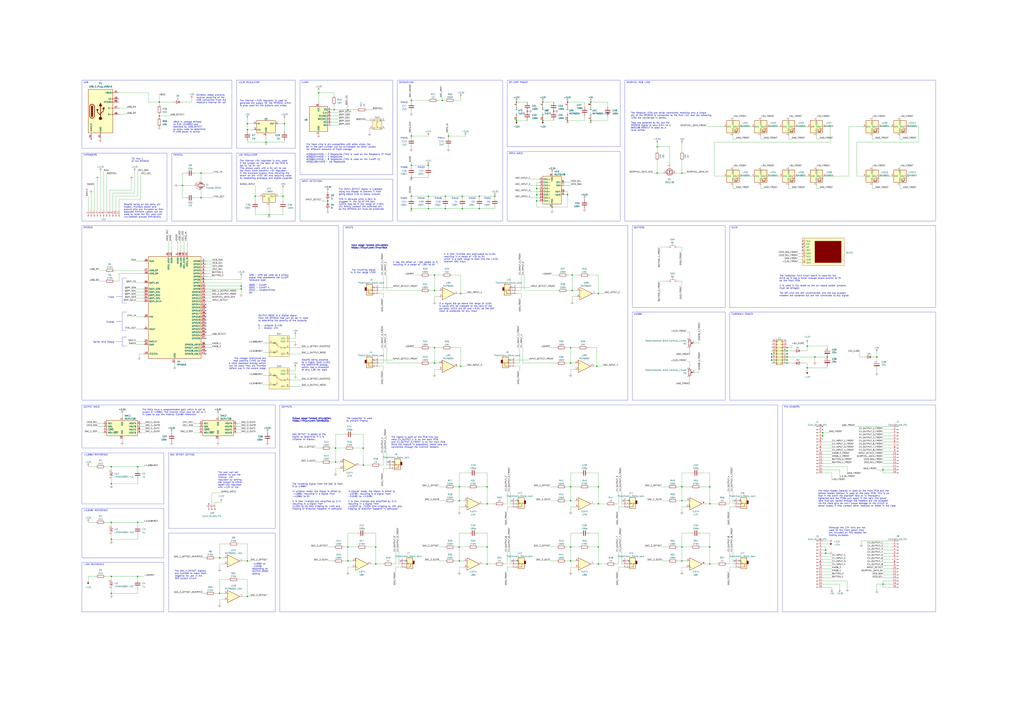
<source format=kicad_sch>
(kicad_sch (version 20230121) (generator eeschema)
  (paper "A1")
  (title_block (title "EuroPi X") (date "2023-04-23") (company "Allen Synthesis") (comment 1 "INCOMPLETE"))
  (junction (at 725.17 480.06))
  (junction (at 675.64 355.6))
  (junction (at 491.49 414.02))
  (junction (at 113.03 473.71))
  (junction (at 285.75 461.01))
  (junction (at 356.87 226.06))
  (junction (at 582.93 414.02))
  (junction (at 365.76 171.45))
  (junction (at 165.1 142.24))
  (junction (at 351.79 171.45))
  (junction (at 308.61 449.58))
  (junction (at 675.64 358.14))
  (junction (at 91.44 429.26))
  (junction (at 633.73 290.83))
  (junction (at 560.07 461.01))
  (junction (at 337.82 135.89))
  (junction (at 149.86 152.4))
  (junction (at 91.44 397.51))
  (junction (at 203.2 101.6))
  (junction (at 400.05 449.58))
  (junction (at 198.12 234.95))
  (junction (at 274.32 90.17))
  (junction (at 378.46 300.99))
  (junction (at 285.75 90.17))
  (junction (at 491.49 463.55))
  (junction (at 180.34 487.68))
  (junction (at 269.24 165.1))
  (junction (at 220.98 176.53))
  (junction (at 582.93 449.58))
  (junction (at 490.22 300.99))
  (junction (at 337.82 161.29))
  (junction (at 454.66 91.44))
  (junction (at 400.05 463.55))
  (junction (at 393.7 161.29))
  (junction (at 445.77 83.82))
  (junction (at 720.09 293.37))
  (junction (at 466.09 99.06))
  (junction (at 424.18 83.82))
  (junction (at 356.87 298.45))
  (junction (at 356.87 238.76))
  (junction (at 560.07 449.58))
  (junction (at 356.87 285.75))
  (junction (at 669.29 293.37))
  (junction (at 466.09 83.82))
  (junction (at 468.63 449.58))
  (junction (at 203.2 106.68))
  (junction (at 400.05 400.05))
  (junction (at 393.7 171.45))
  (junction (at 491.49 400.05))
  (junction (at 424.18 99.06))
  (junction (at 377.19 411.48))
  (junction (at 633.73 293.37))
  (junction (at 337.82 111.76))
  (junction (at 337.82 82.55))
  (junction (at 560.07 142.24))
  (junction (at 646.43 290.83))
  (junction (at 365.76 161.29))
  (junction (at 232.41 161.29))
  (junction (at 678.18 452.12))
  (junction (at 491.49 449.58))
  (junction (at 469.9 226.06))
  (junction (at 646.43 295.91))
  (junction (at 209.55 161.29))
  (junction (at 582.93 400.05))
  (junction (at 453.39 170.18))
  (junction (at 377.19 400.05))
  (junction (at 91.44 487.68))
  (junction (at 275.59 379.73))
  (junction (at 560.07 400.05))
  (junction (at 337.82 146.05))
  (junction (at 337.82 171.45))
  (junction (at 485.14 99.06))
  (junction (at 368.3 111.76))
  (junction (at 662.94 302.26))
  (junction (at 468.63 461.01))
  (junction (at 275.59 368.3))
  (junction (at 378.46 241.3))
  (junction (at 466.09 160.02))
  (junction (at 539.75 142.24))
  (junction (at 646.43 285.75))
  (junction (at 351.79 135.89))
  (junction (at 440.69 154.94))
  (junction (at 646.43 293.37))
  (junction (at 440.69 165.1))
  (junction (at 203.2 461.01))
  (junction (at 91.44 443.23))
  (junction (at 351.79 161.29))
  (junction (at 646.43 288.29))
  (junction (at 379.73 171.45))
  (junction (at 491.49 241.3))
  (junction (at 363.22 82.55))
  (junction (at 180.34 458.47))
  (junction (at 679.45 293.37))
  (junction (at 468.63 411.48))
  (junction (at 165.1 162.56))
  (junction (at 539.75 120.65))
  (junction (at 130.81 83.82))
  (junction (at 633.73 295.91))
  (junction (at 377.19 461.01))
  (junction (at 725.17 386.08))
  (junction (at 91.44 473.71))
  (junction (at 198.12 237.49))
  (junction (at 233.68 101.6))
  (junction (at 308.61 463.55))
  (junction (at 469.9 238.76))
  (junction (at 468.63 400.05))
  (junction (at 203.2 490.22))
  (junction (at 377.19 449.58))
  (junction (at 218.44 116.84))
  (junction (at 298.45 368.3))
  (junction (at 662.94 284.48))
  (junction (at 433.07 91.44))
  (junction (at 485.14 83.82))
  (junction (at 379.73 161.29))
  (junction (at 130.81 95.25))
  (junction (at 560.07 411.48))
  (junction (at 285.75 449.58))
  (junction (at 400.05 414.02))
  (junction (at 406.4 161.29))
  (junction (at 113.03 383.54))
  (junction (at 678.18 454.66))
  (junction (at 582.93 463.55))
  (junction (at 298.45 382.27))
  (junction (at 646.43 298.45))
  (junction (at 113.03 429.26))
  (junction (at 468.63 298.45))
  (junction (at 261.62 76.2))
  (junction (at 91.44 383.54))
  (junction (at 468.63 285.75))
  (junction (at 440.69 160.02))
  (junction (at 445.77 99.06))
  (no_connect (at 603.25 411.48))
  (no_connect (at 168.91 270.51))
  (no_connect (at 511.81 411.48))
  (no_connect (at 675.64 353.06))
  (no_connect (at 659.13 200.66))
  (no_connect (at 168.91 252.73))
  (no_connect (at 168.91 290.83))
  (no_connect (at 168.91 288.29))
  (no_connect (at 74.93 114.3))
  (no_connect (at 603.25 461.01))
  (no_connect (at 675.64 350.52))
  (no_connect (at 168.91 257.81))
  (no_connect (at 168.91 260.35))
  (no_connect (at 659.13 205.74))
  (no_connect (at 420.37 461.01))
  (no_connect (at 318.77 379.73))
  (no_connect (at 168.91 265.43))
  (no_connect (at 168.91 273.05))
  (no_connect (at 168.91 267.97))
  (no_connect (at 168.91 250.19))
  (no_connect (at 168.91 262.89))
  (no_connect (at 168.91 255.27))
  (no_connect (at 171.45 414.02))
  (no_connect (at 420.37 411.48))
  (no_connect (at 168.91 278.13))
  (no_connect (at 659.13 203.2))
  (no_connect (at 511.81 461.01))
  (no_connect (at 328.93 461.01))
  (wire (pts (xy 377.19 461.01) (xy 381 461.01)))
  (wire (pts (xy 725.17 381) (xy 732.79 381)))
  (wire (pts (xy 683.26 474.98) (xy 675.64 474.98)))
  (wire (pts (xy 419.1 403.86) (xy 419.1 414.02)))
  (wire (pts (xy 203.2 97.79) (xy 203.2 101.6)))
  (wire (pts (xy 683.26 394.97) (xy 683.26 388.62)))
  (polyline (pts (xy 100.33 271.78) (xy 104.14 271.78)))
  (wire (pts (xy 680.72 444.5) (xy 675.64 444.5)))
  (wire (pts (xy 91.44 473.71) (xy 113.03 473.71)))
  (wire (pts (xy 247.65 317.5) (xy 237.49 317.5)))
  (wire (pts (xy 259.08 368.3) (xy 264.16 368.3)))
  (wire (pts (xy 113.03 439.42) (xy 113.03 443.23)))
  (wire (pts (xy 706.12 293.37) (xy 709.93 293.37)))
  (wire (pts (xy 491.49 414.02) (xy 497.84 414.02)))
  (wire (pts (xy 732.79 350.52) (xy 702.31 350.52)))
  (wire (pts (xy 443.23 149.86) (xy 440.69 149.86)))
  (wire (pts (xy 510.54 463.55) (xy 511.81 463.55)))
  (wire (pts (xy 556.26 400.05) (xy 560.07 400.05)))
  (wire (pts (xy 392.43 388.62) (xy 400.05 388.62)))
  (wire (pts (xy 337.82 133.35) (xy 337.82 135.89)))
  (wire (pts (xy 365.76 161.29) (xy 365.76 162.56)))
  (wire (pts (xy 378.46 300.99) (xy 375.92 300.99)))
  (wire (pts (xy 725.17 482.6) (xy 732.79 482.6)))
  (wire (pts (xy 725.17 370.84) (xy 732.79 370.84)))
  (wire (pts (xy 655.32 215.9) (xy 659.13 215.9)))
  (wire (pts (xy 281.94 461.01) (xy 285.75 461.01)))
  (wire (pts (xy 275.59 368.3) (xy 283.21 368.3)))
  (wire (pts (xy 91.44 431.8) (xy 91.44 429.26)))
  (wire (pts (xy 510.54 414.02) (xy 511.81 414.02)))
  (wire (pts (xy 111.76 280.67) (xy 118.11 280.67)))
  (wire (pts (xy 110.49 140.97) (xy 110.49 158.75)))
  (wire (pts (xy 400.05 438.15) (xy 400.05 449.58)))
  (wire (pts (xy 80.01 350.52) (xy 85.09 350.52)))
  (wire (pts (xy 194.31 353.06) (xy 198.12 353.06)))
  (wire (pts (xy 440.69 160.02) (xy 443.23 160.02)))
  (wire (pts (xy 285.75 86.36) (xy 285.75 90.17)))
  (wire (pts (xy 632.46 144.78) (xy 640.08 144.78)))
  (wire (pts (xy 378.46 285.75) (xy 378.46 300.99)))
  (wire (pts (xy 180.34 463.55) (xy 180.34 467.36)))
  (wire (pts (xy 633.73 290.83) (xy 646.43 290.83)))
  (wire (pts (xy 337.82 80.01) (xy 337.82 82.55)))
  (wire (pts (xy 720.09 293.37) (xy 717.55 293.37)))
  (wire (pts (xy 384.81 388.62) (xy 377.19 388.62)))
  (wire (pts (xy 379.73 161.29) (xy 393.7 161.29)))
  (wire (pts (xy 490.22 285.75) (xy 490.22 300.99)))
  (wire (pts (xy 209.55 152.4) (xy 209.55 161.29)))
  (wire (pts (xy 689.61 386.08) (xy 675.64 386.08)))
  (wire (pts (xy 337.82 161.29) (xy 337.82 162.56)))
  (wire (pts (xy 370.84 226.06) (xy 378.46 226.06)))
  (wire (pts (xy 130.81 78.74) (xy 130.81 83.82)))
  (wire (pts (xy 435.61 157.48) (xy 443.23 157.48)))
  (wire (pts (xy 337.82 146.05) (xy 351.79 146.05)))
  (wire (pts (xy 91.44 386.08) (xy 91.44 383.54)))
  (wire (pts (xy 121.92 76.2) (xy 121.92 83.82)))
  (wire (pts (xy 543.56 400.05) (xy 548.64 400.05)))
  (wire (pts (xy 426.72 300.99) (xy 422.91 300.99)))
  (wire (pts (xy 720.09 293.37) (xy 720.09 295.91)))
  (wire (pts (xy 579.12 414.02) (xy 582.93 414.02)))
  (wire (pts (xy 427.99 241.3) (xy 424.18 241.3)))
  (wire (pts (xy 337.82 135.89) (xy 351.79 135.89)))
  (wire (pts (xy 725.17 353.06) (xy 732.79 353.06)))
  (wire (pts (xy 582.93 400.05) (xy 582.93 414.02)))
  (wire (pts (xy 368.3 109.22) (xy 368.3 111.76)))
  (wire (pts (xy 113.03 443.23) (xy 91.44 443.23)))
  (wire (pts (xy 74.93 158.75) (xy 74.93 172.72)))
  (wire (pts (xy 373.38 449.58) (xy 377.19 449.58)))
  (wire (pts (xy 100.33 340.36) (xy 100.33 342.9)))
  (wire (pts (xy 285.75 466.09) (xy 289.56 466.09)))
  (wire (pts (xy 683.26 378.46) (xy 675.64 378.46)))
  (wire (pts (xy 703.58 116.84) (xy 703.58 144.78)))
  (wire (pts (xy 203.2 101.6) (xy 208.28 101.6)))
  (wire (pts (xy 80.01 147.32) (xy 80.01 172.72)))
  (wire (pts (xy 271.78 379.73) (xy 275.59 379.73)))
  (wire (pts (xy 80.01 347.98) (xy 85.09 347.98)))
  (wire (pts (xy 100.33 360.68) (xy 100.33 363.22)))
  (wire (pts (xy 233.68 101.6) (xy 233.68 107.95)))
  (wire (pts (xy 679.45 284.48) (xy 679.45 285.75)))
  (wire (pts (xy 115.57 353.06) (xy 119.38 353.06)))
  (wire (pts (xy 741.68 114.3) (xy 739.14 114.3)))
  (wire (pts (xy 480.06 99.06) (xy 466.09 99.06)))
  (wire (pts (xy 363.22 82.55) (xy 365.76 82.55)))
  (polyline (pts (xy 104.14 256.54) (xy 100.33 256.54)))
  (wire (pts (xy 392.43 438.15) (xy 400.05 438.15)))
  (wire (pts (xy 646.43 290.83) (xy 646.43 293.37)))
  (wire (pts (xy 632.46 104.14) (xy 640.08 104.14)))
  (wire (pts (xy 716.28 114.3) (xy 716.28 111.76)))
  (wire (pts (xy 609.6 104.14) (xy 617.22 104.14)))
  (wire (pts (xy 452.12 461.01) (xy 457.2 461.01)))
  (wire (pts (xy 647.7 154.94) (xy 647.7 152.4)))
  (wire (pts (xy 424.18 83.82) (xy 433.07 83.82)))
  (wire (pts (xy 601.98 403.86) (xy 601.98 414.02)))
  (wire (pts (xy 560.07 400.05) (xy 560.07 411.48)))
  (wire (pts (xy 373.38 400.05) (xy 377.19 400.05)))
  (wire (pts (xy 195.58 476.25) (xy 203.2 476.25)))
  (wire (pts (xy 130.81 83.82) (xy 142.24 83.82)))
  (wire (pts (xy 377.19 411.48) (xy 381 411.48)))
  (wire (pts (xy 113.03 473.71) (xy 118.11 473.71)))
  (wire (pts (xy 337.82 144.78) (xy 337.82 146.05)))
  (wire (pts (xy 91.44 393.7) (xy 91.44 397.51)))
  (wire (pts (xy 599.44 403.86) (xy 599.44 414.02)))
  (wire (pts (xy 689.61 392.43) (xy 689.61 386.08)))
  (wire (pts (xy 325.12 466.09) (xy 328.93 466.09)))
  (wire (pts (xy 378.46 80.01) (xy 378.46 82.55)))
  (wire (pts (xy 557.53 231.14) (xy 560.07 231.14)))
  (wire (pts (xy 574.04 306.07) (xy 570.23 306.07)))
  (wire (pts (xy 111.76 242.57) (xy 118.11 242.57)))
  (wire (pts (xy 609.6 144.78) (xy 617.22 144.78)))
  (wire (pts (xy 575.31 388.62) (xy 582.93 388.62)))
  (wire (pts (xy 440.69 154.94) (xy 443.23 154.94)))
  (wire (pts (xy 646.43 298.45) (xy 651.51 298.45)))
  (wire (pts (xy 739.14 114.3) (xy 739.14 111.76)))
  (wire (pts (xy 325.12 453.39) (xy 325.12 463.55)))
  (wire (pts (xy 445.77 83.82) (xy 454.66 83.82)))
  (wire (pts (xy 406.4 161.29) (xy 406.4 162.56)))
  (wire (pts (xy 377.19 438.15) (xy 377.19 449.58)))
  (wire (pts (xy 574.04 303.53) (xy 574.04 306.07)))
  (wire (pts (xy 601.98 463.55) (xy 603.25 463.55)))
  (wire (pts (xy 725.17 373.38) (xy 732.79 373.38)))
  (wire (pts (xy 681.99 104.14) (xy 678.18 104.14)))
  (wire (pts (xy 508 420.37) (xy 508 416.56)))
  (wire (pts (xy 353.06 285.75) (xy 356.87 285.75)))
  (wire (pts (xy 218.44 111.76) (xy 218.44 116.84)))
  (wire (pts (xy 379.73 161.29) (xy 379.73 162.56)))
  (wire (pts (xy 624.84 154.94) (xy 624.84 152.4)))
  (wire (pts (xy 87.63 143.51) (xy 87.63 172.72)))
  (wire (pts (xy 111.76 232.41) (xy 118.11 232.41)))
  (wire (pts (xy 237.49 280.67) (xy 242.57 280.67)))
  (wire (pts (xy 476.25 438.15) (xy 468.63 438.15)))
  (wire (pts (xy 113.03 476.25) (xy 113.03 473.71)))
  (wire (pts (xy 557.53 203.2) (xy 560.07 203.2)))
  (wire (pts (xy 485.14 99.06) (xy 499.11 99.06)))
  (wire (pts (xy 669.29 297.18) (xy 669.29 293.37)))
  (wire (pts (xy 91.44 476.25) (xy 91.44 473.71)))
  (wire (pts (xy 208.28 106.68) (xy 203.2 106.68)))
  (wire (pts (xy 360.68 400.05) (xy 365.76 400.05)))
  (wire (pts (xy 680.72 355.6) (xy 675.64 355.6)))
  (wire (pts (xy 173.99 222.25) (xy 168.91 222.25)))
  (wire (pts (xy 483.87 226.06) (xy 491.49 226.06)))
  (wire (pts (xy 435.61 152.4) (xy 443.23 152.4)))
  (wire (pts (xy 314.96 372.11) (xy 314.96 382.27)))
  (wire (pts (xy 601.98 154.94) (xy 601.98 152.4)))
  (wire (pts (xy 115.57 143.51) (xy 115.57 163.83)))
  (wire (pts (xy 311.15 238.76) (xy 314.96 238.76)))
  (wire (pts (xy 560.07 469.9) (xy 560.07 466.09)))
  (wire (pts (xy 468.63 469.9) (xy 468.63 466.09)))
  (wire (pts (xy 311.15 298.45) (xy 314.96 298.45)))
  (wire (pts (xy 560.07 461.01) (xy 563.88 461.01)))
  (polyline (pts (xy 104.14 228.6) (xy 100.33 228.6)))
  (wire (pts (xy 487.68 414.02) (xy 491.49 414.02)))
  (wire (pts (xy 377.19 400.05) (xy 377.19 411.48)))
  (wire (pts (xy 298.45 382.27) (xy 304.8 382.27)))
  (wire (pts (xy 114.3 290.83) (xy 118.11 290.83)))
  (wire (pts (xy 426.72 285.75) (xy 426.72 298.45)))
  (wire (pts (xy 158.75 355.6) (xy 163.83 355.6)))
  (wire (pts (xy 220.98 176.53) (xy 220.98 168.91)))
  (wire (pts (xy 601.98 414.02) (xy 603.25 414.02)))
  (wire (pts (xy 720.09 289.56) (xy 720.09 293.37)))
  (wire (pts (xy 396.24 463.55) (xy 400.05 463.55)))
  (wire (pts (xy 275.59 388.62) (xy 275.59 384.81)))
  (wire (pts (xy 575.31 449.58) (xy 582.93 449.58)))
  (wire (pts (xy 416.56 466.09) (xy 420.37 466.09)))
  (wire (pts (xy 392.43 400.05) (xy 400.05 400.05)))
  (wire (pts (xy 97.79 93.98) (xy 104.14 93.98)))
  (wire (pts (xy 337.82 170.18) (xy 337.82 171.45)))
  (wire (pts (xy 215.9 308.61) (xy 220.98 308.61)))
  (wire (pts (xy 285.75 449.58) (xy 293.37 449.58)))
  (wire (pts (xy 683.26 381) (xy 675.64 381)))
  (wire (pts (xy 242.57 307.34) (xy 242.57 308.61)))
  (wire (pts (xy 111.76 214.63) (xy 118.11 214.63)))
  (wire (pts (xy 168.91 283.21) (xy 173.99 283.21)))
  (wire (pts (xy 491.49 388.62) (xy 491.49 400.05)))
  (wire (pts (xy 281.94 449.58) (xy 285.75 449.58)))
  (wire (pts (xy 356.87 226.06) (xy 363.22 226.06)))
  (wire (pts (xy 158.75 350.52) (xy 163.83 350.52)))
  (wire (pts (xy 378.46 82.55) (xy 373.38 82.55)))
  (wire (pts (xy 194.31 355.6) (xy 198.12 355.6)))
  (wire (pts (xy 203.2 461.01) (xy 199.39 461.01)))
  (wire (pts (xy 180.34 487.68) (xy 184.15 487.68)))
  (wire (pts (xy 754.38 116.84) (xy 703.58 116.84)))
  (wire (pts (xy 453.39 170.18) (xy 466.09 170.18)))
  (wire (pts (xy 718.82 154.94) (xy 716.28 154.94)))
  (wire (pts (xy 168.91 237.49) (xy 198.12 237.49)))
  (polyline (pts (xy 95.25 280.67) (xy 100.33 280.67)))
  (wire (pts (xy 725.17 462.28) (xy 732.79 462.28)))
  (wire (pts (xy 111.76 270.51) (xy 118.11 270.51)))
  (wire (pts (xy 179.07 360.68) (xy 179.07 363.22)))
  (polyline (pts (xy 95.25 264.16) (xy 100.33 264.16)))
  (wire (pts (xy 604.52 114.3) (xy 601.98 114.3)))
  (wire (pts (xy 368.3 111.76) (xy 382.27 111.76)))
  (wire (pts (xy 378.46 226.06) (xy 378.46 241.3)))
  (wire (pts (xy 275.59 368.3) (xy 275.59 379.73)))
  (wire (pts (xy 285.75 469.9) (xy 285.75 466.09)))
  (wire (pts (xy 113.03 383.54) (xy 118.11 383.54)))
  (wire (pts (xy 80.01 355.6) (xy 85.09 355.6)))
  (wire (pts (xy 400.05 388.62) (xy 400.05 400.05)))
  (wire (pts (xy 113.03 483.87) (xy 113.03 487.68)))
  (wire (pts (xy 725.17 447.04) (xy 732.79 447.04)))
  (wire (pts (xy 220.98 289.56) (xy 215.9 289.56)))
  (wire (pts (xy 452.12 285.75) (xy 457.2 285.75)))
  (wire (pts (xy 675.64 449.58) (xy 678.18 449.58)))
  (wire (pts (xy 308.61 463.55) (xy 314.96 463.55)))
  (wire (pts (xy 314.96 388.62) (xy 314.96 384.81)))
  (wire (pts (xy 491.49 241.3) (xy 488.95 241.3)))
  (wire (pts (xy 725.17 469.9) (xy 732.79 469.9)))
  (wire (pts (xy 560.07 449.58) (xy 567.69 449.58)))
  (wire (pts (xy 599.44 416.56) (xy 603.25 416.56)))
  (wire (pts (xy 683.26 464.82) (xy 675.64 464.82)))
  (wire (pts (xy 683.26 365.76) (xy 675.64 365.76)))
  (wire (pts (xy 351.79 161.29) (xy 351.79 162.56)))
  (wire (pts (xy 261.62 76.2) (xy 261.62 85.09)))
  (wire (pts (xy 725.17 368.3) (xy 732.79 368.3)))
  (wire (pts (xy 233.68 101.6) (xy 228.6 101.6)))
  (wire (pts (xy 337.82 120.65) (xy 337.82 121.92)))
  (wire (pts (xy 111.76 245.11) (xy 118.11 245.11)))
  (wire (pts (xy 396.24 414.02) (xy 400.05 414.02)))
  (wire (pts (xy 92.71 158.75) (xy 110.49 158.75)))
  (wire (pts (xy 627.38 114.3) (xy 624.84 114.3)))
  (wire (pts (xy 683.26 483.87) (xy 683.26 482.6)))
  (wire (pts (xy 662.94 288.29) (xy 662.94 284.48)))
  (wire (pts (xy 542.29 231.14) (xy 547.37 231.14)))
  (wire (pts (xy 406.4 161.29) (xy 393.7 161.29)))
  (wire (pts (xy 560.07 449.58) (xy 560.07 461.01)))
  (wire (pts (xy 508 453.39) (xy 508 463.55)))
  (wire (pts (xy 567.69 388.62) (xy 560.07 388.62)))
  (wire (pts (xy 314.96 285.75) (xy 314.96 298.45)))
  (wire (pts (xy 115.57 347.98) (xy 119.38 347.98)))
  (wire (pts (xy 582.93 449.58) (xy 582.93 463.55)))
  (wire (pts (xy 469.9 247.65) (xy 469.9 243.84)))
  (wire (pts (xy 293.37 438.15) (xy 285.75 438.15)))
  (wire (pts (xy 111.76 237.49) (xy 118.11 237.49)))
  (polyline (pts (xy 100.33 248.92) (xy 104.14 248.92)))
  (wire (pts (xy 285.75 90.17) (xy 293.37 90.17)))
  (wire (pts (xy 114.3 290.83) (xy 114.3 293.37)))
  (wire (pts (xy 317.5 226.06) (xy 317.5 238.76)))
  (wire (pts (xy 560.07 231.14) (xy 560.07 234.95)))
  (wire (pts (xy 720.09 306.07) (xy 720.09 303.53)))
  (wire (pts (xy 392.43 449.58) (xy 400.05 449.58)))
  (wire (pts (xy 466.09 160.02) (xy 466.09 157.48)))
  (wire (pts (xy 673.1 114.3) (xy 670.56 114.3)))
  (wire (pts (xy 203.2 106.68) (xy 203.2 101.6)))
  (wire (pts (xy 180.34 458.47) (xy 184.15 458.47)))
  (wire (pts (xy 113.03 429.26) (xy 118.11 429.26)))
  (wire (pts (xy 113.03 393.7) (xy 113.03 397.51)))
  (wire (pts (xy 327.66 463.55) (xy 328.93 463.55)))
  (wire (pts (xy 633.73 293.37) (xy 646.43 293.37)))
  (wire (pts (xy 662.94 302.26) (xy 662.94 298.45)))
  (wire (pts (xy 703.58 144.78) (xy 708.66 144.78)))
  (wire (pts (xy 317.5 372.11) (xy 317.5 382.27)))
  (wire (pts (xy 485.14 83.82) (xy 499.11 83.82)))
  (wire (pts (xy 327.66 453.39) (xy 327.66 463.55)))
  (wire (pts (xy 725.17 472.44) (xy 732.79 472.44)))
  (wire (pts (xy 143.51 298.45) (xy 143.51 300.99)))
  (wire (pts (xy 113.03 431.8) (xy 113.03 429.26)))
  (wire (pts (xy 322.58 463.55) (xy 325.12 463.55)))
  (wire (pts (xy 340.36 285.75) (xy 345.44 285.75)))
  (wire (pts (xy 440.69 160.02) (xy 440.69 165.1)))
  (wire (pts (xy 353.06 238.76) (xy 356.87 238.76)))
  (wire (pts (xy 464.82 411.48) (xy 468.63 411.48)))
  (wire (pts (xy 365.76 161.29) (xy 379.73 161.29)))
  (wire (pts (xy 633.73 293.37) (xy 633.73 295.91)))
  (wire (pts (xy 624.84 114.3) (xy 624.84 111.76)))
  (wire (pts (xy 440.69 170.18) (xy 453.39 170.18)))
  (wire (pts (xy 586.74 144.78) (xy 594.36 144.78)))
  (wire (pts (xy 247.65 285.75) (xy 237.49 285.75)))
  (wire (pts (xy 440.69 149.86) (xy 440.69 154.94)))
  (wire (pts (xy 725.17 477.52) (xy 725.17 480.06)))
  (wire (pts (xy 314.96 384.81) (xy 318.77 384.81)))
  (wire (pts (xy 351.79 135.89) (xy 351.79 137.16)))
  (wire (pts (xy 416.56 453.39) (xy 416.56 463.55)))
  (wire (pts (xy 683.26 472.44) (xy 675.64 472.44)))
  (wire (pts (xy 91.44 473.71) (xy 86.36 473.71)))
  (wire (pts (xy 356.87 285.75) (xy 363.22 285.75)))
  (wire (pts (xy 378.46 241.3) (xy 375.92 241.3)))
  (wire (pts (xy 149.86 162.56) (xy 152.4 162.56)))
  (wire (pts (xy 377.19 466.09) (xy 381 466.09)))
  (wire (pts (xy 203.2 106.68) (xy 203.2 107.95)))
  (wire (pts (xy 601.98 453.39) (xy 601.98 463.55)))
  (wire (pts (xy 220.98 176.53) (xy 232.41 176.53)))
  (wire (pts (xy 187.96 447.04) (xy 180.34 447.04)))
  (wire (pts (xy 138.43 198.12) (xy 138.43 207.01)))
  (wire (pts (xy 90.17 172.72) (xy 90.17 156.21)))
  (wire (pts (xy 579.12 463.55) (xy 582.93 463.55)))
  (wire (pts (xy 633.73 290.83) (xy 633.73 293.37)))
  (wire (pts (xy 107.95 147.32) (xy 107.95 156.21)))
  (wire (pts (xy 560.07 203.2) (xy 560.07 207.01)))
  (wire (pts (xy 655.32 104.14) (xy 662.94 104.14)))
  (wire (pts (xy 353.06 226.06) (xy 356.87 226.06)))
  (wire (pts (xy 725.17 449.58) (xy 732.79 449.58)))
  (wire (pts (xy 377.19 449.58) (xy 377.19 461.01)))
  (wire (pts (xy 400.05 449.58) (xy 400.05 463.55)))
  (wire (pts (xy 278.13 102.87) (xy 271.78 102.87)))
  (wire (pts (xy 91.44 429.26) (xy 86.36 429.26)))
  (wire (pts (xy 233.68 116.84) (xy 233.68 115.57)))
  (wire (pts (xy 683.26 462.28) (xy 675.64 462.28)))
  (wire (pts (xy 203.2 116.84) (xy 218.44 116.84)))
  (wire (pts (xy 429.26 298.45) (xy 457.2 298.45)))
  (wire (pts (xy 356.87 298.45) (xy 360.68 298.45)))
  (wire (pts (xy 269.24 461.01) (xy 274.32 461.01)))
  (wire (pts (xy 373.38 411.48) (xy 377.19 411.48)))
  (wire (pts (xy 560.07 438.15) (xy 560.07 449.58)))
  (wire (pts (xy 232.41 176.53) (xy 232.41 172.72)))
  (wire (pts (xy 586.74 144.78) (xy 586.74 116.84)))
  (wire (pts (xy 97.79 231.14) (xy 93.98 231.14)))
  (wire (pts (xy 469.9 243.84) (xy 473.71 243.84)))
  (wire (pts (xy 650.24 285.75) (xy 650.24 283.21)))
  (wire (pts (xy 662.94 298.45) (xy 659.13 298.45)))
  (wire (pts (xy 725.17 477.52) (xy 732.79 477.52)))
  (wire (pts (xy 476.25 388.62) (xy 468.63 388.62)))
  (wire (pts (xy 351.79 170.18) (xy 351.79 171.45)))
  (wire (pts (xy 168.91 247.65) (xy 173.99 247.65)))
  (wire (pts (xy 113.03 487.68) (xy 91.44 487.68)))
  (wire (pts (xy 491.49 463.55) (xy 497.84 463.55)))
  (wire (pts (xy 680.72 454.66) (xy 678.18 454.66)))
  (wire (pts (xy 556.26 461.01) (xy 560.07 461.01)))
  (wire (pts (xy 72.39 383.54) (xy 78.74 383.54)))
  (wire (pts (xy 213.36 161.29) (xy 209.55 161.29)))
  (wire (pts (xy 90.17 156.21) (xy 107.95 156.21)))
  (wire (pts (xy 697.23 144.78) (xy 697.23 104.14)))
  (wire (pts (xy 539.75 124.46) (xy 539.75 120.65)))
  (wire (pts (xy 187.96 476.25) (xy 180.34 476.25)))
  (wire (pts (xy 146.05 198.12) (xy 146.05 207.01)))
  (wire (pts (xy 575.31 400.05) (xy 582.93 400.05)))
  (wire (pts (xy 359.41 82.55) (xy 363.22 82.55)))
  (wire (pts (xy 566.42 292.1) (xy 566.42 285.75)))
  (wire (pts (xy 697.23 104.14) (xy 708.66 104.14)))
  (wire (pts (xy 683.26 375.92) (xy 675.64 375.92)))
  (wire (pts (xy 356.87 303.53) (xy 360.68 303.53)))
  (wire (pts (xy 198.12 237.49) (xy 198.12 241.3)))
  (wire (pts (xy 97.79 88.9) (xy 104.14 88.9)))
  (wire (pts (xy 483.87 449.58) (xy 491.49 449.58)))
  (wire (pts (xy 491.49 226.06) (xy 491.49 241.3)))
  (wire (pts (xy 725.17 459.74) (xy 732.79 459.74)))
  (wire (pts (xy 468.63 303.53) (xy 472.44 303.53)))
  (wire (pts (xy 360.68 411.48) (xy 365.76 411.48)))
  (wire (pts (xy 317.5 382.27) (xy 318.77 382.27)))
  (wire (pts (xy 560.07 466.09) (xy 563.88 466.09)))
  (wire (pts (xy 95.25 172.72) (xy 95.25 161.29)))
  (wire (pts (xy 368.3 111.76) (xy 368.3 113.03)))
  (wire (pts (xy 166.37 458.47) (xy 168.91 458.47)))
  (wire (pts (xy 675.64 355.6) (xy 675.64 358.14)))
  (wire (pts (xy 464.82 298.45) (xy 468.63 298.45)))
  (wire (pts (xy 209.55 165.1) (xy 209.55 161.29)))
  (wire (pts (xy 130.81 93.98) (xy 130.81 95.25)))
  (wire (pts (xy 72.39 429.26) (xy 78.74 429.26)))
  (wire (pts (xy 454.66 91.44) (xy 455.93 91.44)))
  (wire (pts (xy 97.79 224.79) (xy 97.79 231.14)))
  (wire (pts (xy 468.63 388.62) (xy 468.63 400.05)))
  (wire (pts (xy 633.73 288.29) (xy 646.43 288.29)))
  (wire (pts (xy 261.62 76.2) (xy 261.62 74.93)))
  (wire (pts (xy 278.13 92.71) (xy 271.78 92.71)))
  (wire (pts (xy 165.1 142.24) (xy 165.1 148.59)))
  (wire (pts (xy 337.82 135.89) (xy 337.82 137.16)))
  (wire (pts (xy 176.53 487.68) (xy 180.34 487.68)))
  (wire (pts (xy 582.93 463.55) (xy 589.28 463.55)))
  (wire (pts (xy 308.61 449.58) (xy 308.61 463.55)))
  (wire (pts (xy 435.61 162.56) (xy 443.23 162.56)))
  (wire (pts (xy 97.79 76.2) (xy 121.92 76.2)))
  (wire (pts (xy 725.17 360.68) (xy 732.79 360.68)))
  (wire (pts (xy 247.65 290.83) (xy 237.49 290.83)))
  (wire (pts (xy 683.26 457.2) (xy 675.64 457.2)))
  (wire (pts (xy 468.63 438.15) (xy 468.63 449.58)))
  (wire (pts (xy 543.56 461.01) (xy 548.64 461.01)))
  (wire (pts (xy 647.7 114.3) (xy 647.7 111.76)))
  (wire (pts (xy 356.87 247.65) (xy 356.87 243.84)))
  (wire (pts (xy 483.87 400.05) (xy 491.49 400.05)))
  (wire (pts (xy 468.63 449.58) (xy 476.25 449.58)))
  (wire (pts (xy 560.07 411.48) (xy 563.88 411.48)))
  (wire (pts (xy 146.05 152.4) (xy 149.86 152.4)))
  (wire (pts (xy 469.9 226.06) (xy 476.25 226.06)))
  (wire (pts (xy 290.83 356.87) (xy 298.45 356.87)))
  (wire (pts (xy 97.79 172.72) (xy 97.79 163.83)))
  (wire (pts (xy 574.04 279.4) (xy 575.31 279.4)))
  (wire (pts (xy 463.55 160.02) (xy 466.09 160.02)))
  (polyline (pts (xy 100.33 256.54) (xy 100.33 271.78)))
  (wire (pts (xy 356.87 307.34) (xy 356.87 303.53)))
  (wire (pts (xy 429.26 285.75) (xy 429.26 298.45)))
  (wire (pts (xy 337.82 109.22) (xy 337.82 111.76)))
  (wire (pts (xy 464.82 461.01) (xy 468.63 461.01)))
  (wire (pts (xy 490.22 300.99) (xy 487.68 300.99)))
  (wire (pts (xy 508 469.9) (xy 508 466.09)))
  (wire (pts (xy 466.09 170.18) (xy 466.09 160.02)))
  (wire (pts (xy 566.42 316.23) (xy 566.42 309.88)))
  (wire (pts (xy 556.26 411.48) (xy 560.07 411.48)))
  (wire (pts (xy 725.17 388.62) (xy 732.79 388.62)))
  (wire (pts (xy 130.81 95.25) (xy 130.81 96.52)))
  (wire (pts (xy 582.93 438.15) (xy 582.93 449.58)))
  (wire (pts (xy 419.1 414.02) (xy 420.37 414.02)))
  (wire (pts (xy 160.02 142.24) (xy 165.1 142.24)))
  (wire (pts (xy 275.59 356.87) (xy 275.59 368.3)))
  (wire (pts (xy 121.92 83.82) (xy 130.81 83.82)))
  (wire (pts (xy 151.13 198.12) (xy 151.13 207.01)))
  (wire (pts (xy 544.83 142.24) (xy 539.75 142.24)))
  (wire (pts (xy 233.68 97.79) (xy 233.68 101.6)))
  (wire (pts (xy 360.68 461.01) (xy 365.76 461.01)))
  (wire (pts (xy 646.43 293.37) (xy 646.43 295.91)))
  (wire (pts (xy 393.7 171.45) (xy 379.73 171.45)))
  (wire (pts (xy 419.1 453.39) (xy 419.1 463.55)))
  (wire (pts (xy 464.82 285.75) (xy 468.63 285.75)))
  (wire (pts (xy 539.75 118.11) (xy 539.75 120.65)))
  (wire (pts (xy 198.12 232.41) (xy 198.12 234.95)))
  (wire (pts (xy 560.07 142.24) (xy 563.88 142.24)))
  (wire (pts (xy 599.44 469.9) (xy 599.44 466.09)))
  (wire (pts (xy 679.45 300.99) (xy 679.45 302.26)))
  (wire (pts (xy 574.04 279.4) (xy 574.04 281.94)))
  (wire (pts (xy 209.55 176.53) (xy 209.55 172.72)))
  (wire (pts (xy 539.75 142.24) (xy 539.75 132.08)))
  (wire (pts (xy 646.43 285.75) (xy 650.24 285.75)))
  (wire (pts (xy 499.11 87.63) (xy 499.11 83.82)))
  (wire (pts (xy 655.32 144.78) (xy 662.94 144.78)))
  (wire (pts (xy 683.26 482.6) (xy 675.64 482.6)))
  (wire (pts (xy 508 416.56) (xy 511.81 416.56)))
  (wire (pts (xy 311.15 295.91) (xy 322.58 295.91)))
  (wire (pts (xy 242.57 280.67) (xy 242.57 281.94)))
  (wire (pts (xy 377.19 469.9) (xy 377.19 466.09)))
  (wire (pts (xy 290.83 368.3) (xy 298.45 368.3)))
  (polyline (pts (xy 95.25 243.84) (xy 100.33 243.84)))
  (wire (pts (xy 278.13 100.33) (xy 271.78 100.33)))
  (wire (pts (xy 198.12 234.95) (xy 198.12 237.49)))
  (wire (pts (xy 351.79 144.78) (xy 351.79 146.05)))
  (wire (pts (xy 72.39 473.71) (xy 78.74 473.71)))
  (wire (pts (xy 317.5 298.45) (xy 345.44 298.45)))
  (wire (pts (xy 416.56 403.86) (xy 416.56 414.02)))
  (wire (pts (xy 176.53 458.47) (xy 180.34 458.47)))
  (wire (pts (xy 314.96 241.3) (xy 311.15 241.3)))
  (wire (pts (xy 596.9 463.55) (xy 599.44 463.55)))
  (wire (pts (xy 695.96 477.52) (xy 675.64 477.52)))
  (wire (pts (xy 314.96 300.99) (xy 311.15 300.99)))
  (wire (pts (xy 490.22 300.99) (xy 495.3 300.99)))
  (wire (pts (xy 650.24 114.3) (xy 647.7 114.3)))
  (wire (pts (xy 725.17 464.82) (xy 732.79 464.82)))
  (wire (pts (xy 373.38 461.01) (xy 377.19 461.01)))
  (wire (pts (xy 184.15 463.55) (xy 180.34 463.55)))
  (wire (pts (xy 464.82 400.05) (xy 468.63 400.05)))
  (wire (pts (xy 679.45 302.26) (xy 662.94 302.26)))
  (wire (pts (xy 427.99 245.11) (xy 427.99 241.3)))
  (wire (pts (xy 91.44 443.23) (xy 91.44 444.5)))
  (wire (pts (xy 650.24 154.94) (xy 647.7 154.94)))
  (wire (pts (xy 325.12 469.9) (xy 325.12 466.09)))
  (wire (pts (xy 430.53 238.76) (xy 458.47 238.76)))
  (wire (pts (xy 725.17 480.06) (xy 732.79 480.06)))
  (wire (pts (xy 491.49 438.15) (xy 491.49 449.58)))
  (wire (pts (xy 274.32 78.74) (xy 274.32 76.2)))
  (wire (pts (xy 725.17 474.98) (xy 732.79 474.98)))
  (wire (pts (xy 468.63 416.56) (xy 472.44 416.56)))
  (wire (pts (xy 203.2 447.04) (xy 203.2 461.01)))
  (wire (pts (xy 683.26 388.62) (xy 675.64 388.62)))
  (wire (pts (xy 158.75 347.98) (xy 163.83 347.98)))
  (wire (pts (xy 311.15 236.22) (xy 322.58 236.22)))
  (wire (pts (xy 695.96 383.54) (xy 675.64 383.54)))
  (wire (pts (xy 560.07 388.62) (xy 560.07 400.05)))
  (wire (pts (xy 508 466.09) (xy 511.81 466.09)))
  (wire (pts (xy 633.73 298.45) (xy 646.43 298.45)))
  (wire (pts (xy 689.61 483.87) (xy 689.61 480.06)))
  (wire (pts (xy 480.06 95.25) (xy 480.06 99.06)))
  (wire (pts (xy 351.79 171.45) (xy 365.76 171.45)))
  (wire (pts (xy 566.42 273.05) (xy 566.42 278.13)))
  (wire (pts (xy 505.46 463.55) (xy 508 463.55)))
  (wire (pts (xy 508 403.86) (xy 508 414.02)))
  (wire (pts (xy 314.96 245.11) (xy 314.96 241.3)))
  (wire (pts (xy 91.44 439.42) (xy 91.44 443.23)))
  (wire (pts (xy 483.87 388.62) (xy 491.49 388.62)))
  (wire (pts (xy 337.82 158.75) (xy 337.82 161.29)))
  (wire (pts (xy 510.54 453.39) (xy 510.54 463.55)))
  (wire (pts (xy 453.39 226.06) (xy 458.47 226.06)))
  (wire (pts (xy 406.4 170.18) (xy 406.4 171.45)))
  (wire (pts (xy 586.74 116.84) (xy 681.99 116.84)))
  (wire (pts (xy 669.29 293.37) (xy 679.45 293.37)))
  (wire (pts (xy 400.05 400.05) (xy 400.05 414.02)))
  (wire (pts (xy 720.09 480.06) (xy 720.09 485.14)))
  (wire (pts (xy 695.96 483.87) (xy 695.96 477.52)))
  (wire (pts (xy 416.56 416.56) (xy 420.37 416.56)))
  (wire (pts (xy 285.75 449.58) (xy 285.75 461.01)))
  (wire (pts (xy 491.49 400.05) (xy 491.49 414.02)))
  (wire (pts (xy 91.44 429.26) (xy 113.03 429.26)))
  (wire (pts (xy 739.14 154.94) (xy 739.14 152.4)))
  (wire (pts (xy 670.56 114.3) (xy 670.56 111.76)))
  (polyline (pts (xy 100.33 284.48) (xy 104.14 284.48)))
  (wire (pts (xy 168.91 275.59) (xy 173.99 275.59)))
  (wire (pts (xy 725.17 363.22) (xy 732.79 363.22)))
  (wire (pts (xy 242.57 275.59) (xy 242.57 278.13)))
  (wire (pts (xy 723.9 104.14) (xy 731.52 104.14)))
  (wire (pts (xy 337.82 111.76) (xy 337.82 113.03)))
  (wire (pts (xy 463.55 149.86) (xy 468.63 149.86)))
  (wire (pts (xy 300.99 449.58) (xy 308.61 449.58)))
  (wire (pts (xy 113.03 397.51) (xy 91.44 397.51)))
  (wire (pts (xy 300.99 90.17) (xy 306.07 90.17)))
  (wire (pts (xy 360.68 449.58) (xy 365.76 449.58)))
  (wire (pts (xy 422.91 298.45) (xy 426.72 298.45)))
  (wire (pts (xy 173.99 240.03) (xy 168.91 240.03)))
  (wire (pts (xy 491.49 449.58) (xy 491.49 463.55)))
  (wire (pts (xy 363.22 80.01) (xy 363.22 82.55)))
  (wire (pts (xy 725.17 383.54) (xy 725.17 386.08)))
  (wire (pts (xy 242.57 304.8) (xy 237.49 304.8)))
  (wire (pts (xy 463.55 152.4) (xy 468.63 152.4)))
  (wire (pts (xy 575.31 438.15) (xy 582.93 438.15)))
  (wire (pts (xy 468.63 449.58) (xy 468.63 461.01)))
  (wire (pts (xy 706.12 289.56) (xy 706.12 293.37)))
  (wire (pts (xy 480.06 87.63) (xy 480.06 83.82)))
  (wire (pts (xy 393.7 170.18) (xy 393.7 171.45)))
  (wire (pts (xy 662.94 281.94) (xy 662.94 284.48)))
  (wire (pts (xy 543.56 449.58) (xy 548.64 449.58)))
  (wire (pts (xy 599.44 420.37) (xy 599.44 416.56)))
  (wire (pts (xy 468.63 400.05) (xy 476.25 400.05)))
  (wire (pts (xy 77.47 152.4) (xy 77.47 172.72)))
  (wire (pts (xy 180.34 476.25) (xy 180.34 487.68)))
  (wire (pts (xy 539.75 120.65) (xy 549.91 120.65)))
  (wire (pts (xy 148.59 198.12) (xy 148.59 207.01)))
  (wire (pts (xy 483.87 438.15) (xy 491.49 438.15)))
  (wire (pts (xy 356.87 238.76) (xy 356.87 226.06)))
  (wire (pts (xy 741.68 154.94) (xy 739.14 154.94)))
  (wire (pts (xy 365.76 171.45) (xy 379.73 171.45)))
  (wire (pts (xy 468.63 466.09) (xy 472.44 466.09)))
  (wire (pts (xy 732.79 444.5) (xy 707.39 444.5)))
  (wire (pts (xy 91.44 383.54) (xy 86.36 383.54)))
  (wire (pts (xy 113.03 140.97) (xy 113.03 161.29)))
  (wire (pts (xy 232.41 154.94) (xy 232.41 161.29)))
  (wire (pts (xy 337.82 111.76) (xy 351.79 111.76)))
  (wire (pts (xy 370.84 285.75) (xy 378.46 285.75)))
  (wire (pts (xy 393.7 171.45) (xy 406.4 171.45)))
  (wire (pts (xy 400.05 463.55) (xy 406.4 463.55)))
  (wire (pts (xy 659.13 288.29) (xy 662.94 288.29)))
  (wire (pts (xy 173.99 217.17) (xy 168.91 217.17)))
  (wire (pts (xy 181.61 405.13) (xy 173.99 405.13)))
  (wire (pts (xy 215.9 281.94) (xy 220.98 281.94)))
  (wire (pts (xy 424.18 238.76) (xy 427.99 238.76)))
  (wire (pts (xy 510.54 403.86) (xy 510.54 414.02)))
  (wire (pts (xy 675.64 358.14) (xy 675.64 360.68)))
  (wire (pts (xy 452.12 449.58) (xy 457.2 449.58)))
  (wire (pts (xy 317.5 285.75) (xy 317.5 298.45)))
  (wire (pts (xy 220.98 316.23) (xy 215.9 316.23)))
  (wire (pts (xy 203.2 490.22) (xy 205.74 490.22)))
  (wire (pts (xy 655.32 210.82) (xy 659.13 210.82)))
  (wire (pts (xy 194.31 350.52) (xy 198.12 350.52)))
  (wire (pts (xy 168.91 232.41) (xy 198.12 232.41)))
  (wire (pts (xy 560.07 132.08) (xy 560.07 142.24)))
  (wire (pts (xy 157.48 81.28) (xy 157.48 83.82)))
  (wire (pts (xy 377.19 400.05) (xy 384.81 400.05)))
  (wire (pts (xy 228.6 161.29) (xy 232.41 161.29)))
  (wire (pts (xy 176.53 412.75) (xy 176.53 414.02)))
  (wire (pts (xy 377.19 420.37) (xy 377.19 416.56)))
  (wire (pts (xy 72.39 161.29) (xy 72.39 172.72)))
  (wire (pts (xy 160.02 162.56) (xy 165.1 162.56)))
  (wire (pts (xy 678.18 452.12) (xy 678.18 454.66)))
  (wire (pts (xy 416.56 469.9) (xy 416.56 466.09)))
  (wire (pts (xy 582.93 414.02) (xy 589.28 414.02)))
  (wire (pts (xy 678.18 454.66) (xy 675.64 454.66)))
  (wire (pts (xy 505.46 414.02) (xy 508 414.02)))
  (wire (pts (xy 725.17 457.2) (xy 732.79 457.2)))
  (wire (pts (xy 560.07 118.11) (xy 560.07 124.46)))
  (wire (pts (xy 173.99 227.33) (xy 168.91 227.33)))
  (wire (pts (xy 466.09 226.06) (xy 469.9 226.06)))
  (wire (pts (xy 384.81 438.15) (xy 377.19 438.15)))
  (wire (pts (xy 173.99 214.63) (xy 168.91 214.63)))
  (wire (pts (xy 91.44 397.51) (xy 91.44 398.78)))
  (wire (pts (xy 725.17 480.06) (xy 725.17 482.6)))
  (wire (pts (xy 303.53 99.06) (xy 300.99 99.06)))
  (wire (pts (xy 368.3 120.65) (xy 368.3 121.92)))
  (wire (pts (xy 627.38 154.94) (xy 624.84 154.94)))
  (wire (pts (xy 274.32 86.36) (xy 274.32 90.17)))
  (wire (pts (xy 655.32 213.36) (xy 659.13 213.36)))
  (wire (pts (xy 599.44 466.09) (xy 603.25 466.09)))
  (wire (pts (xy 424.18 236.22) (xy 435.61 236.22)))
  (wire (pts (xy 274.32 76.2) (xy 261.62 76.2)))
  (wire (pts (xy 233.68 116.84) (xy 218.44 116.84)))
  (wire (pts (xy 433.07 91.44) (xy 434.34 91.44)))
  (wire (pts (xy 416.56 420.37) (xy 416.56 416.56)))
  (wire (pts (xy 422.91 295.91) (xy 434.34 295.91)))
  (polyline (pts (xy 104.14 276.86) (xy 100.33 276.86)))
  (wire (pts (xy 377.19 388.62) (xy 377.19 400.05)))
  (wire (pts (xy 298.45 368.3) (xy 298.45 382.27)))
  (wire (pts (xy 466.09 157.48) (xy 463.55 157.48)))
  (wire (pts (xy 160.02 152.4) (xy 149.86 152.4)))
  (wire (pts (xy 580.39 104.14) (xy 594.36 104.14)))
  (wire (pts (xy 312.42 382.27) (xy 314.96 382.27)))
  (wire (pts (xy 95.25 161.29) (xy 113.03 161.29)))
  (wire (pts (xy 165.1 162.56) (xy 165.1 156.21)))
  (wire (pts (xy 351.79 161.29) (xy 365.76 161.29)))
  (wire (pts (xy 633.73 285.75) (xy 646.43 285.75)))
  (wire (pts (xy 662.94 284.48) (xy 679.45 284.48)))
  (wire (pts (xy 468.63 400.05) (xy 468.63 411.48)))
  (wire (pts (xy 111.76 260.35) (xy 118.11 260.35)))
  (wire (pts (xy 337.82 161.29) (xy 351.79 161.29)))
  (wire (pts (xy 111.76 247.65) (xy 118.11 247.65)))
  (wire (pts (xy 542.29 203.2) (xy 547.37 203.2)))
  (wire (pts (xy 113.03 386.08) (xy 113.03 383.54)))
  (wire (pts (xy 646.43 288.29) (xy 651.51 288.29)))
  (wire (pts (xy 683.26 469.9) (xy 675.64 469.9)))
  (wire (pts (xy 111.76 240.03) (xy 118.11 240.03)))
  (wire (pts (xy 725.17 386.08) (xy 720.09 386.08)))
  (wire (pts (xy 560.07 416.56) (xy 563.88 416.56)))
  (wire (pts (xy 683.26 467.36) (xy 675.64 467.36)))
  (wire (pts (xy 582.93 388.62) (xy 582.93 400.05)))
  (wire (pts (xy 543.56 411.48) (xy 548.64 411.48)))
  (wire (pts (xy 469.9 238.76) (xy 469.9 226.06)))
  (wire (pts (xy 683.26 363.22) (xy 675.64 363.22)))
  (wire (pts (xy 468.63 285.75) (xy 474.98 285.75)))
  (polyline (pts (xy 100.33 228.6) (xy 100.33 248.92)))
  (wire (pts (xy 300.99 438.15) (xy 308.61 438.15)))
  (wire (pts (xy 356.87 238.76) (xy 360.68 238.76)))
  (wire (pts (xy 419.1 463.55) (xy 420.37 463.55)))
  (wire (pts (xy 203.2 116.84) (xy 203.2 115.57)))
  (wire (pts (xy 754.38 104.14) (xy 754.38 116.84)))
  (wire (pts (xy 168.91 234.95) (xy 198.12 234.95)))
  (wire (pts (xy 723.9 144.78) (xy 731.52 144.78)))
  (wire (pts (xy 259.08 379.73) (xy 264.16 379.73)))
  (wire (pts (xy 275.59 379.73) (xy 279.4 379.73)))
  (wire (pts (xy 633.73 295.91) (xy 646.43 295.91)))
  (wire (pts (xy 165.1 142.24) (xy 175.26 142.24)))
  (wire (pts (xy 91.44 487.68) (xy 91.44 488.95)))
  (wire (pts (xy 356.87 243.84) (xy 360.68 243.84)))
  (wire (pts (xy 725.17 386.08) (xy 725.17 388.62)))
  (wire (pts (xy 269.24 449.58) (xy 274.32 449.58)))
  (wire (pts (xy 746.76 104.14) (xy 754.38 104.14)))
  (wire (pts (xy 168.91 229.87) (xy 198.12 229.87)))
  (wire (pts (xy 655.32 208.28) (xy 659.13 208.28)))
  (wire (pts (xy 599.44 453.39) (xy 599.44 463.55)))
  (wire (pts (xy 173.99 219.71) (xy 168.91 219.71)))
  (wire (pts (xy 130.81 95.25) (xy 139.7 95.25)))
  (wire (pts (xy 232.41 165.1) (xy 232.41 161.29)))
  (wire (pts (xy 140.97 198.12) (xy 140.97 207.01)))
  (wire (pts (xy 440.69 154.94) (xy 440.69 160.02)))
  (wire (pts (xy 453.39 172.72) (xy 453.39 170.18)))
  (wire (pts (xy 247.65 312.42) (xy 237.49 312.42)))
  (wire (pts (xy 203.2 490.22) (xy 199.39 490.22)))
  (wire (pts (xy 298.45 356.87) (xy 298.45 368.3)))
  (wire (pts (xy 424.18 99.06) (xy 433.07 99.06)))
  (wire (pts (xy 269.24 165.1) (xy 264.16 165.1)))
  (wire (pts (xy 198.12 227.33) (xy 198.12 229.87)))
  (wire (pts (xy 153.67 198.12) (xy 153.67 207.01)))
  (wire (pts (xy 340.36 226.06) (xy 345.44 226.06)))
  (wire (pts (xy 173.99 405.13) (xy 173.99 414.02)))
  (wire (pts (xy 91.44 383.54) (xy 113.03 383.54)))
  (wire (pts (xy 414.02 414.02) (xy 416.56 414.02)))
  (wire (pts (xy 469.9 238.76) (xy 473.71 238.76)))
  (wire (pts (xy 365.76 170.18) (xy 365.76 171.45)))
  (wire (pts (xy 440.69 165.1) (xy 440.69 170.18)))
  (wire (pts (xy 337.82 91.44) (xy 337.82 92.71)))
  (wire (pts (xy 427.99 226.06) (xy 427.99 238.76)))
  (wire (pts (xy 97.79 224.79) (xy 118.11 224.79)))
  (wire (pts (xy 203.2 476.25) (xy 203.2 490.22)))
  (wire (pts (xy 718.82 114.3) (xy 716.28 114.3)))
  (wire (pts (xy 149.86 83.82) (xy 157.48 83.82)))
  (wire (pts (xy 378.46 241.3) (xy 383.54 241.3)))
  (wire (pts (xy 337.82 82.55) (xy 351.79 82.55)))
  (wire (pts (xy 337.82 82.55) (xy 337.82 83.82)))
  (wire (pts (xy 93.98 222.25) (xy 118.11 222.25)))
  (wire (pts (xy 337.82 171.45) (xy 351.79 171.45)))
  (wire (pts (xy 683.26 368.3) (xy 675.64 368.3)))
  (wire (pts (xy 353.06 298.45) (xy 356.87 298.45)))
  (wire (pts (xy 725.17 383.54) (xy 732.79 383.54)))
  (wire (pts (xy 168.91 245.11) (xy 173.99 245.11)))
  (wire (pts (xy 294.64 382.27) (xy 298.45 382.27)))
  (wire (pts (xy 707.39 444.5) (xy 707.39 447.04)))
  (wire (pts (xy 149.86 152.4) (xy 149.86 142.24)))
  (wire (pts (xy 242.57 278.13) (xy 237.49 278.13)))
  (wire (pts (xy 92.71 172.72) (xy 92.71 158.75)))
  (wire (pts (xy 716.28 154.94) (xy 716.28 152.4)))
  (wire (pts (xy 725.17 365.76) (xy 732.79 365.76)))
  (wire (pts (xy 662.94 304.8) (xy 662.94 302.26)))
  (wire (pts (xy 377.19 416.56) (xy 381 416.56)))
  (wire (pts (xy 356.87 298.45) (xy 356.87 285.75)))
  (wire (pts (xy 176.53 412.75) (xy 181.61 412.75)))
  (wire (pts (xy 111.76 283.21) (xy 118.11 283.21)))
  (wire (pts (xy 725.17 454.66) (xy 732.79 454.66)))
  (wire (pts (xy 209.55 176.53) (xy 220.98 176.53)))
  (wire (pts (xy 304.8 463.55) (xy 308.61 463.55)))
  (wire (pts (xy 440.69 165.1) (xy 443.23 165.1)))
  (wire (pts (xy 81.28 222.25) (xy 86.36 222.25)))
  (wire (pts (xy 242.57 302.26) (xy 242.57 304.8)))
  (wire (pts (xy 678.18 144.78) (xy 697.23 144.78)))
  (wire (pts (xy 378.46 300.99) (xy 383.54 300.99)))
  (wire (pts (xy 491.49 241.3) (xy 496.57 241.3)))
  (wire (pts (xy 149.86 142.24) (xy 152.4 142.24)))
  (wire (pts (xy 596.9 414.02) (xy 599.44 414.02)))
  (wire (pts (xy 166.37 487.68) (xy 168.91 487.68)))
  (wire (pts (xy 180.34 447.04) (xy 180.34 458.47)))
  (wire (pts (xy 695.96 389.89) (xy 695.96 383.54)))
  (wire (pts (xy 115.57 355.6) (xy 119.38 355.6)))
  (wire (pts (xy 393.7 161.29) (xy 393.7 162.56)))
  (wire (pts (xy 725.17 467.36) (xy 732.79 467.36)))
  (wire (pts (xy 274.32 90.17) (xy 285.75 90.17)))
  (wire (pts (xy 567.69 438.15) (xy 560.07 438.15)))
  (wire (pts (xy 675.64 452.12) (xy 678.18 452.12)))
  (wire (pts (xy 681.99 116.84) (xy 681.99 104.14)))
  (wire (pts (xy 468.63 298.45) (xy 472.44 298.45)))
  (wire (pts (xy 194.31 347.98) (xy 198.12 347.98)))
  (wire (pts (xy 82.55 140.97) (xy 82.55 172.72)))
  (wire (pts (xy 435.61 147.32) (xy 443.23 147.32)))
  (wire (pts (xy 275.59 384.81) (xy 279.4 384.81)))
  (wire (pts (xy 464.82 449.58) (xy 468.63 449.58)))
  (wire (pts (xy 468.63 461.01) (xy 472.44 461.01)))
  (wire (pts (xy 115.57 350.52) (xy 119.38 350.52)))
  (wire (pts (xy 683.26 373.38) (xy 675.64 373.38)))
  (wire (pts (xy 91.44 483.87) (xy 91.44 487.68)))
  (wire (pts (xy 184.15 492.76) (xy 180.34 492.76)))
  (wire (pts (xy 314.96 226.06) (xy 314.96 238.76)))
  (wire (pts (xy 466.09 238.76) (xy 469.9 238.76)))
  (wire (pts (xy 574.04 303.53) (xy 575.31 303.53)))
  (wire (pts (xy 560.07 420.37) (xy 560.07 416.56)))
  (wire (pts (xy 379.73 171.45) (xy 379.73 170.18)))
  (polyline (pts (xy 100.33 276.86) (xy 100.33 284.48)))
  (wire (pts (xy 377.19 449.58) (xy 384.81 449.58)))
  (wire (pts (xy 285.75 461.01) (xy 289.56 461.01)))
  (wire (pts (xy 308.61 438.15) (xy 308.61 449.58)))
  (wire (pts (xy 725.17 375.92) (xy 732.79 375.92)))
  (wire (pts (xy 278.13 97.79) (xy 271.78 97.79)))
  (wire (pts (xy 535.94 142.24) (xy 539.75 142.24)))
  (wire (pts (xy 97.79 163.83) (xy 115.57 163.83)))
  (wire (pts (xy 468.63 298.45) (xy 468.63 285.75)))
  (wire (pts (xy 725.17 358.14) (xy 732.79 358.14)))
  (wire (pts (xy 195.58 447.04) (xy 203.2 447.04)))
  (wire (pts (xy 180.34 492.76) (xy 180.34 496.57)))
  (wire (pts (xy 560.07 400.05) (xy 567.69 400.05)))
  (wire (pts (xy 274.32 90.17) (xy 271.78 90.17)))
  (wire (pts (xy 563.88 273.05) (xy 566.42 273.05)))
  (wire (pts (xy 468.63 420.37) (xy 468.63 416.56)))
  (wire (pts (xy 669.29 293.37) (xy 646.43 293.37)))
  (wire (pts (xy 680.72 447.04) (xy 675.64 447.04)))
  (wire (pts (xy 452.12 400.05) (xy 457.2 400.05)))
  (wire (pts (xy 317.5 238.76) (xy 345.44 238.76)))
  (wire (pts (xy 683.26 370.84) (xy 675.64 370.84)))
  (wire (pts (xy 414.02 463.55) (xy 416.56 463.55)))
  (wire (pts (xy 683.26 459.74) (xy 675.64 459.74)))
  (wire (pts (xy 81.28 231.14) (xy 86.36 231.14)))
  (wire (pts (xy 574.04 281.94) (xy 570.23 281.94)))
  (wire (pts (xy 601.98 114.3) (xy 601.98 111.76)))
  (wire (pts (xy 445.77 99.06) (xy 454.66 99.06)))
  (wire (pts (xy 426.72 304.8) (xy 426.72 300.99)))
  (wire (pts (xy 689.61 480.06) (xy 675.64 480.06)))
  (wire (pts (xy 400.05 414.02) (xy 406.4 414.02)))
  (wire (pts (xy 179.07 340.36) (xy 179.07 342.9)))
  (wire (pts (xy 725.17 386.08) (xy 732.79 386.08)))
  (wire (pts (xy 168.91 285.75) (xy 173.99 285.75)))
  (wire (pts (xy 563.88 297.18) (xy 566.42 297.18)))
  (wire (pts (xy 72.39 477.52) (xy 72.39 473.71)))
  (wire (pts (xy 430.53 226.06) (xy 430.53 238.76)))
  (wire (pts (xy 678.18 449.58) (xy 678.18 452.12)))
  (wire (pts (xy 725.17 378.46) (xy 732.79 378.46)))
  (wire (pts (xy 554.99 142.24) (xy 560.07 142.24)))
  (wire (pts (xy 173.99 224.79) (xy 168.91 224.79)))
  (wire (pts (xy 556.26 449.58) (xy 560.07 449.58)))
  (wire (pts (xy 468.63 411.48) (xy 472.44 411.48)))
  (wire (pts (xy 604.52 154.94) (xy 601.98 154.94)))
  (wire (pts (xy 203.2 461.01) (xy 205.74 461.01)))
  (wire (pts (xy 725.17 355.6) (xy 732.79 355.6)))
  (wire (pts (xy 237.49 307.34) (xy 242.57 307.34)))
  (wire (pts (xy 314.96 304.8) (xy 314.96 300.99)))
  (wire (pts (xy 283.21 356.87) (xy 275.59 356.87)))
  (wire (pts (xy 303.53 109.22) (xy 303.53 105.41)))
  (wire (pts (xy 278.13 95.25) (xy 271.78 95.25)))
  (wire (pts (xy 271.78 368.3) (xy 275.59 368.3)))
  (wire (pts (xy 452.12 411.48) (xy 457.2 411.48)))
  (wire (pts (xy 168.91 242.57) (xy 173.99 242.57)))
  (wire (pts (xy 482.6 285.75) (xy 490.22 285.75)))
  (wire (pts (xy 725.17 452.12) (xy 732.79 452.12)))
  (wire (pts (xy 487.68 463.55) (xy 491.49 463.55)))
  (wire (pts (xy 566.42 297.18) (xy 566.42 302.26)))
  (wire (pts (xy 165.1 162.56) (xy 175.26 162.56)))
  (wire (pts (xy 85.09 140.97) (xy 85.09 172.72)))
  (wire (pts (xy 480.06 83.82) (xy 466.09 83.82)))
  (wire (pts (xy 725.17 480.06) (xy 720.09 480.06)))
  (wire (pts (xy 670.56 154.94) (xy 670.56 152.4)))
  (wire (pts (xy 673.1 154.94) (xy 670.56 154.94)))
  (wire (pts (xy 149.86 152.4) (xy 149.86 162.56)))
  (wire (pts (xy 468.63 307.34) (xy 468.63 303.53)))
  (wire (pts (xy 549.91 120.65) (xy 549.91 134.62)))
  (wire (pts (xy 499.11 95.25) (xy 499.11 99.06)))
  (wire (pts (xy 285.75 438.15) (xy 285.75 449.58)))
  (wire (pts (xy 130.81 83.82) (xy 130.81 86.36)))
  (rectangle (start 513.08 66.04) (end 768.35 181.61))
  (rectangle (start 281.94 185.42) (end 515.62 328.93))
  (rectangle (start 416.56 66.04) (end 509.27 120.65))
  (rectangle (start 246.38 147.32) (end 322.58 181.61))
  (rectangle (start 599.44 256.54) (end 768.35 328.93))
  (rectangle (start 194.31 125.73) (end 242.57 181.61))
  (rectangle (start 67.31 125.73) (end 137.16 181.61))
  (rectangle (start 326.39 66.04) (end 412.75 181.61))
  (rectangle (start 194.31 66.04) (end 242.57 121.92))
  (rectangle (start 246.38 66.04) (end 322.58 143.51))
  (rectangle (start 519.43 256.54) (end 595.63 328.93))
  (rectangle (start 599.44 185.42) (end 768.35 252.73))
  (rectangle (start 140.97 125.73) (end 190.5 181.61))
  (rectangle (start 67.31 462.28) (end 134.62 502.92))
  (rectangle (start 67.31 185.42) (end 278.13 328.93))
  (rectangle (start 67.31 332.74) (end 226.06 368.3))
  (rectangle (start 67.31 417.83) (end 134.62 458.47))
  (rectangle (start 138.43 438.15) (end 226.06 502.92))
  (rectangle (start 138.43 372.11) (end 226.06 434.34))
  (rectangle (start 519.43 185.42) (end 595.63 252.73))
  (rectangle (start 67.31 372.11) (end 134.62 414.02))
  (rectangle (start 642.62 332.74) (end 768.35 502.92))
  (rectangle (start 229.87 332.74) (end 638.81 502.92))
  (rectangle (start 416.56 124.46) (end 509.27 181.61))
  (rectangle (start 67.31 66.04) (end 190.5 121.92))
  (text "OP-AMP POWER" (at 417.83 68.58 0) (effects (font (size 1.27 1.27)) (justify left bottom)))
  (text "+5V REGULATOR" (at 195.58 128.27 0) (effects (font (size 1.27 1.27)) (justify left bottom)))
  (text "DAC OFFSET SETTING" (at 139.7 374.65 0) (effects (font (size 1.27 1.27)) (justify left bottom)))
  (text "DAC_OFFSET is added to the\nsignal to determine if it is\nunipolar or bipolar." (at 240.03 361.95 0) (effects (font (size 1.27 1.27)) (justify left bottom)))
  (text "Crystal" (at 93.98 265.43 0) (effects (font (size 1.27 1.27)) (justify right bottom)))
  (text "The INPUT_DETECT signal is clamped\nusing two diodes to prevent it from\ngoing above 3.3V or below Ground.\n\nThis is because when a jack is\nplugged in, the tip of the jack\n(which may be in the range of ±10V)\nwill briefly contact the switched pin,\nso the RP2040 pin must be protected" (at 278.13 172.72 0) (effects (font (size 1.27 1.27)) (justify left bottom)))
  (text "The DAC_X_OFFSET signals\nare inverted to make them\nnegative for use in the\nDAC output circuit" (at 143.51 476.25 0) (effects (font (size 1.27 1.27)) (justify left bottom)))
  (text "OUTPUT_MODE is a digital signal\nfrom the RP2040 that can be set in code\nto determine the polarity of the outputs:\n\n0 - unipolar 0-10V\n1 - bipolar ±5V" (at 212.09 270.51 0) (effects (font (size 1.27 1.27)) (justify left bottom)))
  (text "PIN45" (at 328.93 114.3 0) (effects (font (size 1.27 1.27)) (justify left bottom)))
  (text "PIN44" (at 359.41 114.3 0) (effects (font (size 1.27 1.27)) (justify left bottom)))
  (text "+3.3V REGULATOR" (at 195.58 68.58 0) (effects (font (size 1.27 1.27)) (justify left bottom)))
  (text "The internal +3.3V regulator is used to\ngenerate the supply for the RP2040, which\nis also used for the buttons and knobs" (at 196.85 87.63 0) (effects (font (size 1.27 1.27)) (justify left bottom)))
  (text "\nIn bipolar mode, the signal is offset by\n-2.048V, resulting in a signal from\n-2.048V to +2.048V\n\nIt is then inverted and amplified by 2.7x\nresulting in a signal from\n+5.53VV to -5.53V (the clipping to ±5V and \nflipping of direction happens in software)" (at 285.75 419.1 0) (effects (font (size 1.27 1.27)) (justify left bottom)))
  (text "USB" (at 68.58 68.58 0) (effects (font (size 1.27 1.27)) (justify left bottom)))
  (text "PIN50" (at 328.93 138.43 0) (effects (font (size 1.27 1.27)) (justify left bottom)))
  (text "GP6 - GP9 are used as a binary\nsignal that represents the EuroPi\nhardware type\n\n0000 - EuroPi\n0001 - EuroPi X\n0010 - Undetermined\netc" (at 204.47 241.3 0) (effects (font (size 1.27 1.27)) (justify left bottom)))
  (text "INPUT ADCS\n" (at 417.83 127 0) (effects (font (size 1.27 1.27)) (justify left bottom)))
  (text "The signal is split on the PCB into two\nnets: CV_OUTPUT_X is on the back PCB,\nand CV_OUTPUT_X_FRONT is on the front PCB\nOnce the module is assembled, these nets are\nconnected through the 2.54mm headers" (at 321.31 368.3 0) (effects (font (size 1.27 1.27)) (justify left bottom)))
  (text "The male header (above) is used on the front PCB and the \nfemale header (below) is used on the back PCB. This is so\nthat in the event the standoff fails or is improperly\ntightened and the PCBs pull apart in the rack, the power\nrails that are routed through the headers are not exposed \nvia the male pins so can't cause damage to the circuit or\npower supply if they contact other modules or metal in the case" (at 671.83 416.56 0) (effects (font (size 1.27 1.27)) (justify left bottom)))
  (text "+2.048V REFERENCE" (at 68.58 420.37 0) (effects (font (size 1.27 1.27)) (justify left bottom)))
  (text "RP2040" (at 68.58 187.96 0) (effects (font (size 1.27 1.27)) (justify left bottom)))
  (text "The user can set\nwhether to use the\ninternal +5V\nregulator by setting\nthe jumper to either\npower the regulator\nwith +12V or not" (at 179.07 401.32 0) (effects (font (size 1.27 1.27)) (justify left bottom)))
  (text "INPUTS" (at 283.21 187.96 0) (effects (font (size 1.27 1.27)) (justify left bottom)))
  (text "The internal +5V regulator is only used\nif the jumper on the back of the PCB is\nset to 'no 5V rail'\nThis allows users with a 5V rail to use\nthe likely more powerful +5V regulator\nin the eurorack supply, thus reducing the\nstrain on the +12V rail and reducing noise\nby separating analogue and digital supplies\n" (at 196.85 147.32 0) (effects (font (size 1.27 1.27)) (justify left bottom)))
  (text "PIN22" (at 397.51 163.83 0) (effects (font (size 1.27 1.27)) (justify left bottom)))
  (text "PIN49" (at 356.87 163.83 0) (effects (font (size 1.27 1.27)) (justify left bottom)))
  (text "The incoming signal from the DAC is from\n0 to 4.096V\n\nIn unipolar mode, the signal is offset by\n-4.096V, resulting in a signal from\n-4.096V to 0V\n\nIt is then inverted and amplified by 2.7x\nresulting in a signal from\n11.05V to 0V (the clipping to +10V and \nflipping of direction happens in software)" (at 240.03 419.1 0) (effects (font (size 1.27 1.27)) (justify left bottom)))
  (text "INPUT DETECTION" (at 247.65 149.86 0) (effects (font (size 1.27 1.27)) (justify left bottom)))
  (text "\n\n\n\n\n\nIf a signal did go above the range of ±10V,\nit would still be clamped to the rails of the\nop-amp, which are 0V and +3.3V, so the ADC	\ninput is protected for any input" (at 360.68 256.54 0) (effects (font (size 1.27 1.27)) (justify left bottom)))
  (text "It has the offset of -10V added to it,\nresulting in a range of -20V to 0V" (at 322.58 218.44 0) (effects (font (size 1.27 1.27)) (justify left bottom)))
  (text "FLASH" (at 247.65 68.58 0) (effects (font (size 1.27 1.27)) (justify left bottom)))
  (text "PIN43" (at 328.93 85.09 0) (effects (font (size 1.27 1.27)) (justify left bottom)))
  (text "PIN42" (at 370.84 163.83 0) (effects (font (size 1.27 1.27)) (justify left bottom)))
  (text "PIN33" (at 384.81 163.83 0) (effects (font (size 1.27 1.27)) (justify left bottom)))
  (text "DECOUPLING" (at 327.66 68.58 0) (effects (font (size 1.27 1.27)) (justify left bottom)))
  (text "KNOBS" (at 520.7 259.08 0) (effects (font (size 1.27 1.27)) (justify left bottom)))
  (text "Flash\n" (at 93.98 245.11 0) (effects (font (size 1.27 1.27)) (justify right bottom)))
  (text "OUTPUT DACS" (at 68.58 335.28 0) (effects (font (size 1.27 1.27)) (justify left bottom)))
  (text "The capacitor is used\nto prevent ringing" (at 284.48 346.71 0) (effects (font (size 1.27 1.27)) (justify left bottom)))
  (text "-10V REFERENCE" (at 68.58 464.82 0) (effects (font (size 1.27 1.27)) (justify left bottom)))
  (text "Schottky diode prevents\nreverse powering of the\nUSB connection from the\nmodule's internal 5V rail" (at 161.29 85.09 0) (effects (font (size 1.27 1.27)) (justify left bottom)))
  (text "Despite being powered\nby a higher level (+5V),\nthe WAS3157B analog\nswitch has a threshold\nof only 1.8V for logic" (at 247.65 304.8 0) (effects (font (size 1.27 1.27)) (justify left bottom)))
  (text "Despite being on the same pin\nheader, multiple power and\nground pins are included so that\nseparate 2.54mm cables can be\nused to route the i2c, swd, and\nrun/bootsel groups individually" (at 101.6 179.07 0) (effects (font (size 1.27 1.27)) (justify left bottom)))
  (text "PIN01" (at 328.93 163.83 0) (effects (font (size 1.27 1.27)) (justify left bottom)))
  (text "The voltage references are\nkept positive (>0V) so that\na more standard analog switch\ncan be used. They are inverted\nbefore use in the output stage" (at 218.44 303.53 0) (effects (font (size 1.27 1.27)) (justify right bottom)))
  (text "The flash chip is pin compatible with other sizes; the\n64 in the part number can be exchanged for other values\nfor different amounts of flash storage\n\nW25Q16JVXGIQ - 2 Megabytes (This is used on the Raspberry Pi Pico)\nW25Q32JVXGIQ - 4 Megabytes\nW25Q64JVXGIQ - 8 Megabytes (This is used on the EuroPi X)\nW25Q128JVXGIQ - 16 Megabytes\n\n" (at 251.46 135.89 0) (effects (font (size 1.27 1.27)) (justify left bottom)))
  (text "NEOPIXEL RGB LEDS" (at 514.35 68.58 0) (effects (font (size 1.27 1.27)) (justify left bottom)))
  (text "Output stage Falstad simulation:\nhttps://tinyurl.com/2dm6q32a" (at 240.03 346.71 0) (effects (font (size 1.27 1.27) (thickness 0.254) bold) (justify left bottom)))
  (text "It is then inverted and attenuated by 0.15x\nresulting in a range of +3V to 0V,\nwhich is a safe range to feed into the +3.3V\ntolerant ADC input." (at 364.49 215.9 0) (effects (font (size 1.27 1.27)) (justify left bottom)))
  (text "EURORACK POWER" (at 600.71 259.08 0) (effects (font (size 1.27 1.27)) (justify left bottom)))
  (text "The DACs have a programmable gain which is set to\noutput 0-4.096V. The channel must also be set to 1\nin code to use the internal 2.048V reference" (at 116.84 341.63 0) (effects (font (size 1.27 1.27)) (justify left bottom)))
  (text "i2c bus 1\nof the RP2040" (at 107.95 133.35 0) (effects (font (size 1.27 1.27)) (justify left bottom)))
  (text "Input stage Falstad simulation:\nhttps://tinyurl.com/24wc45cd" (at 288.29 204.47 0) (effects (font (size 1.27 1.27) (thickness 0.254) bold) (justify left bottom)))
  (text "BUTTONS\n" (at 520.7 187.96 0) (effects (font (size 1.27 1.27)) (justify left bottom)))
  (text "Serial Wire Debug" (at 93.98 281.94 0) (effects (font (size 1.27 1.27)) (justify right bottom)))
  (text "OUTPUTS" (at 231.14 335.28 0) (effects (font (size 1.27 1.27)) (justify left bottom)))
  (text "EXPANDERS" (at 68.58 128.27 0) (effects (font (size 1.27 1.27)) (justify left bottom)))
  (text "-4.096V or\n-2.048V\ndepending on\nOUTPUT_MODE\nsetting" (at 207.01 472.44 0) (effects (font (size 1.27 1.27)) (justify left bottom)))
  (text "PIN10" (at 342.9 163.83 0) (effects (font (size 1.27 1.27)) (justify left bottom)))
  (text "PIN23" (at 342.9 138.43 0) (effects (font (size 1.27 1.27)) (justify left bottom)))
  (text "PIN HEADERS" (at 643.89 335.28 0) (effects (font (size 1.27 1.27)) (justify left bottom)))
  (text "The Toadstool Tech Enoki board is used for the \nOLED as it has a small enough board outline to fit\non the front PCB. \n\nIt is used in i2c mode so the on-board solder jumpers\nmust be bridged.\n\nThe SPI pins are left unconnected, and the two support\nheaders are soldered but are not connected to any signal" (at 640.08 243.84 0) (effects (font (size 1.27 1.27)) (justify left bottom)))
  (text "Although the 12V rails are not\nused on the front panel, they\nare included on this header for\ntesting purposes" (at 680.72 440.69 0) (effects (font (size 1.27 1.27)) (justify left bottom)))
  (text "The incoming signal\nis in the range ±10V" (at 308.61 224.79 0) (effects (font (size 1.27 1.27)) (justify right bottom)))
  (text "The Neopixel LEDs are serial controlled, meaning only a single\npin of the RP2040 is connected to the first LED, and the remaning\nLEDs are connected in series.\n\nThey are powered by 5V, but the \nRP2040 signal is only 3.3V, so a\nBSS138 MOSFET is used as a\nlevel shifter" (at 518.16 107.95 0) (effects (font (size 1.27 1.27)) (justify left bottom)))
  (text "OLED" (at 600.71 187.96 0) (effects (font (size 1.27 1.27)) (justify left bottom)))
  (text "VBUS is voltage divided\nto 3.3v (3.205V) and\ndetected by USB_DETECT \nto allow code to determine\nif USB power is active" (at 142.24 109.22 0) (effects (font (size 1.27 1.27)) (justify left bottom)))
  (text "+4.096V REFERENCE" (at 68.58 374.65 0) (effects (font (size 1.27 1.27)) (justify left bottom)))
  (text "CRYSTAL" (at 142.24 128.27 0) (effects (font (size 1.27 1.27)) (justify left bottom)))
  (label "-10VREF" (at 452.12 285.75 180))
  (label "GND_FRONT" (at 314.96 388.62 270))
  (label "CV_INPUT_3" (at 683.26 462.28 0))
  (label "DAC_1_OUTA" (at 259.08 379.73 180))
  (label "INPUT_DETECT_FRONT" (at 322.58 236.22 0))
  (label "CV_OUTPUT_3" (at 508 403.86 90))
  (label "INPUT_DETECT_FRONT" (at 435.61 236.22 0))
  (label "DAC_1_RDY" (at 80.01 355.6 180))
  (label "CV_OUTPUT_8" (at 725.17 464.82 180))
  (label "CV_OUTPUT_3_FRONT" (at 725.17 358.14 180))
  (label "XTAL_OUT" (at 175.26 162.56 0))
  (label "+5V_EURO" (at 650.24 283.21 0))
  (label "DAC_1_OFFSET" (at 543.56 400.05 180))
  (label "DAC_2_OFFSET" (at 543.56 449.58 180))
  (label "NEOPIXEL_DATA_5V" (at 725.17 469.9 180))
  (label "GND_FRONT" (at 560.07 234.95 270))
  (label "KNOB_2" (at 683.26 467.36 0))
  (label "QSPI_CS" (at 285.75 86.36 90))
  (label "DAC_2_OUTD" (at 543.56 461.01 180))
  (label "DAC_2_OUTA" (at 198.12 347.98 0))
  (label "DAC_2_OUTB" (at 360.68 461.01 180))
  (label "RUN" (at 85.09 140.97 0))
  (label "DAC_2_OUTPUT_MODE" (at 247.65 317.5 0))
  (label "RUN" (at 111.76 214.63 180))
  (label "ADC_INPUT_4" (at 435.61 162.56 180))
  (label "DAC_2_OFFSET_INVERTED" (at 247.65 312.42 0))
  (label "+5V_FRONT" (at 647.7 96.52 0))
  (label "I2C0_SDA_FRONT" (at 725.17 378.46 180))
  (label "+5V_FRONT" (at 670.56 96.52 0))
  (label "CV_OUTPUT_8_FRONT" (at 725.17 370.84 180))
  (label "BUTTON_2_FRONT" (at 542.29 231.14 270))
  (label "KNOB_1" (at 173.99 283.21 0))
  (label "GND_FRONT" (at 650.24 154.94 0))
  (label "GND_FRONT" (at 427.99 245.11 270))
  (label "INPUT_DETECT" (at 264.16 165.1 180))
  (label "CV_OUTPUT_5" (at 325.12 453.39 90))
  (label "DAC_2_OUTC" (at 198.12 353.06 0))
  (label "ADC_ADVDD" (at 337.82 80.01 90))
  (label "CV_OUTPUT_2_FRONT" (at 725.17 355.6 180))
  (label "QSPI_SD2" (at 111.76 242.57 180))
  (label "BOOTSEL" (at 306.07 90.17 0))
  (label "GND_FRONT" (at 741.68 114.3 0))
  (label "NEOPIXEL_DATA_5V" (at 563.88 142.24 0))
  (label "GND_FRONT" (at 508 469.9 270))
  (label "ADC_INPUT_2" (at 496.57 241.3 0))
  (label "CV_OUTPUT_2_FRONT" (at 419.1 403.86 90))
  (label "XTAL_IN" (at 111.76 260.35 180))
  (label "+3.3V_FRONT" (at 689.61 392.43 0))
  (label "GND_FRONT" (at 718.82 114.3 0))
  (label "DAC_2_OUTPUT_MODE" (at 173.99 242.57 0))
  (label "NEOPIXEL_DATA_3V3" (at 173.99 245.11 0))
  (label "GND_FRONT" (at 720.09 386.08 180))
  (label "DAC_2_OFFSET" (at 205.74 490.22 0))
  (label "GND_FRONT" (at 560.07 207.01 270))
  (label "CV_INPUT_3_FRONT" (at 683.26 368.3 0))
  (label "+5V_FRONT" (at 683.26 394.97 0))
  (label "CV_OUTPUT_3" (at 725.17 452.12 180))
  (label "I2C0_SDA" (at 173.99 214.63 0))
  (label "CV_OUTPUT_8_FRONT" (at 601.98 453.39 90))
  (label "DAC_2_OFFSET" (at 452.12 449.58 180))
  (label "DAC_1_OUTPUT_MODE" (at 173.99 240.03 0))
  (label "ADC_INPUT_3" (at 383.54 300.99 0))
  (label "5VREG_INPUT" (at 181.61 405.13 0))
  (label "+4.096VREF" (at 215.9 308.61 180))
  (label "USB_DN" (at 104.14 88.9 0))
  (label "+5V_FRONT" (at 601.98 137.16 0))
  (label "GND_FRONT" (at 680.72 355.6 0))
  (label "IOVDD" (at 337.82 158.75 90))
  (label "I2C1_SDA" (at 113.03 140.97 0))
  (label "CV_INPUT_4_FRONT" (at 426.72 285.75 90))
  (label "GND_FRONT" (at 314.96 245.11 270))
  (label "CV_OUTPUT_7" (at 508 453.39 90))
  (label "CV_OUTPUT_4" (at 725.17 454.66 180))
  (label "I2C1_SDA" (at 158.75 350.52 180))
  (label "CV_INPUT_2_FRONT" (at 427.99 226.06 90))
  (label "CV_OUTPUT_1_FRONT" (at 725.17 353.06 180))
  (label "BOOTSEL" (at 87.63 143.51 0))
  (label "CV_OUTPUT_4_FRONT" (at 601.98 403.86 90))
  (label "CV_OUTPUT_2" (at 725.17 449.58 180))
  (label "GND_FRONT" (at 741.68 154.94 0))
  (label "DVDD" (at 337.82 133.35 90))
  (label "CV_OUTPUT_5_FRONT" (at 327.66 453.39 90))
  (label "I2C0_SDA" (at 80.01 350.52 180))
  (label "BUTTON_1" (at 683.26 474.98 0))
  (label "QSPI_SCLK" (at 111.76 247.65 180))
  (label "VBUS" (at 130.81 78.74 0))
  (label "CV_INPUT_2_FRONT" (at 683.26 365.76 0))
  (label "CV_INPUT_3" (at 317.5 285.75 90))
  (label "QSPI_SD0" (at 278.13 95.25 0))
  (label "DAC_1_OFFSET" (at 259.08 368.3 180))
  (label "+5V_FRONT" (at 739.14 96.52 0))
  (label "CV_INPUT_4" (at 683.26 464.82 0))
  (label "INPUT_DETECT_FRONT" (at 322.58 295.91 0))
  (label "GND_FRONT" (at 416.56 420.37 270))
  (label "BUTTON_2_FRONT" (at 683.26 378.46 0))
  (label "GND_FRONT" (at 627.38 114.3 0))
  (label "CV_INPUT_1_FRONT" (at 314.96 226.06 90))
  (label "GND_FRONT" (at 718.82 154.94 0))
  (label "DAC_1_OUTC" (at 119.38 353.06 0))
  (label "QSPI_SD0" (at 111.76 237.49 180))
  (label "I2C0_SCL" (at 173.99 217.17 0))
  (label "GND_FRONT" (at 604.52 154.94 0))
  (label "CV_OUTPUT_6" (at 725.17 459.74 180))
  (label "DAC_1_OFFSET_INVERTED" (at 247.65 285.75 0))
  (label "CV_OUTPUT_7" (at 725.17 462.28 180))
  (label "GND_FRONT" (at 508 420.37 270))
  (label "CV_INPUT_4" (at 429.26 285.75 90))
  (label "ADC_VREF" (at 363.22 80.01 90))
  (label "GND_FRONT" (at 325.12 469.9 270))
  (label "GND_FRONT" (at 650.24 114.3 0))
  (label "DAC_2_OFFSET_INVERTED" (at 166.37 487.68 180))
  (label "CV_OUTPUT_6" (at 416.56 453.39 90))
  (label "I2C1_SCL" (at 115.57 143.51 0))
  (label "QSPI_SD3" (at 111.76 245.11 180))
  (label "+3.3V_FRONT" (at 563.88 297.18 180))
  (label "QSPI_SCLK" (at 278.13 92.71 0))
  (label "GND_FRONT" (at 604.52 114.3 0))
  (label "USB_DETECT" (at 173.99 275.59 0))
  (label "+5V_FRONT" (at 624.84 96.52 0))
  (label "SWCLK" (at 111.76 280.67 180))
  (label "DAC_1_OFFSET_INVERTED" (at 166.37 458.47 180))
  (label "SWCLK" (at 72.39 161.29 90))
  (label "QSPI_SD2" (at 278.13 100.33 0))
  (label "+2.048VREF" (at 118.11 429.26 0))
  (label "INPUT_DETECT" (at 173.99 247.65 0))
  (label "GND_FRONT" (at 627.38 154.94 0))
  (label "BUTTON_2" (at 173.99 227.33 0))
  (label "+5V_FRONT" (at 739.14 137.16 0))
  (label "QSPI_SD3" (at 278.13 102.87 0))
  (label "NEOPIXEL_DATA_3V3" (at 535.94 142.24 180))
  (label "CV_OUTPUT_3_FRONT" (at 510.54 403.86 90))
  (label "CV_OUTPUT_1" (at 725.17 447.04 180))
  (label "-10VREF" (at 118.11 473.71 0))
  (label "SWDIO" (at 111.76 283.21 180))
  (label "+4.096VREF" (at 118.11 383.54 0))
  (label "XTAL_OUT" (at 111.76 270.51 180))
  (label "CV_OUTPUT_5_FRONT" (at 725.17 363.22 180))
  (label "CV_INPUT_4_FRONT" (at 683.26 370.84 0))
  (label "INPUT_DETECT_FRONT" (at 434.34 295.91 0))
  (label "+5V_FRONT" (at 601.98 96.52 0))
  (label "CV_OUTPUT_1" (at 314.96 372.11 90))
  (label "CV_INPUT_1" (at 317.5 226.06 90))
  (label "VREG_IN" (at 153.67 198.12 90))
  (label "KNOB_2" (at 173.99 285.75 0))
  (label "DAC_1_OUTB" (at 360.68 411.48 180))
  (label "CV_OUTPUT_8" (at 599.44 453.39 90))
  (label "KNOB_1" (at 683.26 469.9 0))
  (label "BUTTON_1_FRONT" (at 542.29 203.2 270))
  (label "KNOB_1_FRONT" (at 575.31 279.4 90))
  (label "BUTTON_1_FRONT" (at 683.26 381 0))
  (label "CV_OUTPUT_1_FRONT" (at 317.5 372.11 90))
  (label "+2.048VREF" (at 215.9 316.23 180))
  (label "DVDD" (at 140.97 198.12 90))
  (label "KNOB_2_FRONT" (at 683.26 373.38 0))
  (label "I2C1_SDA" (at 173.99 219.71 0))
  (label "BUTTON_2" (at 683.26 472.44 0))
  (label "GND_FRONT" (at 314.96 304.8 270))
  (label "CV_INPUT_1" (at 683.26 457.2 0))
  (label "I2C0_SDA" (at 725.17 472.44 180))
  (label "5VREG_INPUT" (at 209.55 152.4 180))
  (label "GND_FRONT" (at 566.42 292.1 180))
  (label "+5V_EURO" (at 706.12 289.56 180))
  (label "DAC_1_OUTD" (at 119.38 355.6 0))
  (label "ADC_INPUT_1" (at 383.54 241.3 0))
  (label "KNOB_2_FRONT" (at 575.31 303.53 90))
  (label "-10VREF" (at 340.36 285.75 180))
  (label "I2C0_SCL" (at 468.63 149.86 0))
  (label "VREG_IN" (at 368.3 109.22 90))
  (label "CV_OUTPUT_7_FRONT" (at 510.54 453.39 90))
  (label "CV_INPUT_2" (at 430.53 226.06 90))
  (label "CV_INPUT_3_FRONT" (at 314.96 285.75 90))
  (label "DAC_2_OUTA" (at 269.24 461.01 180))
  (label "-10VREF" (at 340.36 226.06 180))
  (label "+5V_FRONT" (at 670.56 137.16 0))
  (label "GND_FRONT" (at 599.44 420.37 270))
  (label "DAC_1_OFFSET" (at 205.74 461.01 0))
  (label "DAC_2_OUTB" (at 198.12 350.52 0))
  (label "USB_DN" (at 81.28 231.14 180))
  (label "CV_OUTPUT_5" (at 725.17 457.2 180))
  (label "+5V_FRONT" (at 716.28 137.16 0))
  (label "BUTTON_1" (at 173.99 224.79 0))
  (label "CV_OUTPUT_4" (at 599.44 403.86 90))
  (label "-10VREF" (at 453.39 226.06 180))
  (label "+2.048VREF" (at 215.9 289.56 180))
  (label "ADC_VDD" (at 151.13 198.12 90))
  (label "SWDIO" (at 77.47 152.4 180))
  (label "I2C1_SCL" (at 158.75 347.98 180))
  (label "DAC_2_OUTD" (at 198.12 355.6 0))
  (label "VREG_OUT" (at 337.82 109.22 90))
  (label "DAC_1_OUTA" (at 119.38 347.98 0))
  (label "KNOB_1_FRONT" (at 683.26 375.92 0))
  (label "I2C0_SCL_FRONT" (at 655.32 210.82 180))
  (label "I2C0_SDA" (at 468.63 152.4 0))
  (label "XTAL_IN" (at 175.26 142.24 0))
  (label "+5V_FRONT" (at 716.28 96.52 0))
  (label "I2C0_SCL" (at 80.01 347.98 180))
  (label "DAC_1_OFFSET" (at 360.68 400.05 180))
  (label "BOOTSEL" (at 300.99 99.06 180))
  (label "QSPI_SD1" (at 278.13 97.79 0))
  (label "NEOPIXEL_DATA_FRONT" (at 580.39 104.14 180))
  (label "ADC_INPUT_1" (at 435.61 147.32 180))
  (label "DAC_2_OFFSET" (at 360.68 449.58 180))
  (label "DAC_2_OUTC" (at 452.12 461.01 180))
  (label "CV_OUTPUT_6_FRONT" (at 419.1 453.39 90))
  (label "GND_FRONT" (at 695.96 389.89 0))
  (label "+3.3V_FRONT" (at 563.88 273.05 180))
  (label "+5V_FRONT" (at 624.84 137.16 0))
  (label "ADC_INPUT_2" (at 435.61 152.4 180))
  (label "NEOPIXEL_DATA_FRONT" (at 725.17 375.92 180))
  (label "CV_INPUT_2" (at 683.26 459.74 0))
  (label "GND_FRONT" (at 673.1 114.3 0))
  (label "+5V_FRONT" (at 647.7 137.16 0))
  (label "DAC_1_OUTPUT_MODE" (at 247.65 290.83 0))
  (label "QSPI_SD1" (at 111.76 240.03 180))
  (label "GND_FRONT" (at 566.42 316.23 180))
  (label "GND_FRONT" (at 655.32 213.36 180))
  (label "CV_OUTPUT_7_FRONT" (at 725.17 368.3 180))
  (label "GND_FRONT" (at 426.72 304.8 270))
  (label "+3.3V_FRONT" (at 655.32 215.9 180))
  (label "I2C0_SCL" (at 725.17 474.98 180))
  (label "VREG_OUT" (at 138.43 198.12 90))
  (label "CV_OUTPUT_4_FRONT" (at 725.17 360.68 180))
  (label "USB_VDD" (at 148.59 198.12 90))
  (label "DAC_1_OUTB" (at 119.38 350.52 0))
  (label "USB_DP" (at 104.14 93.98 0))
  (label "ADC_INPUT_3" (at 435.61 157.48 180))
  (label "DAC_1_OFFSET" (at 452.12 400.05 180))
  (label "CV_OUTPUT_6_FRONT" (at 725.17 365.76 180))
  (label "INPUT_DETECT_FRONT" (at 725.17 373.38 180))
  (label "GND_FRONT" (at 599.44 469.9 270))
  (label "+4.096VREF" (at 215.9 281.94 180))
  (label "IOVDD" (at 146.05 198.12 90))
  (label "DAC_2_RDY" (at 158.75 355.6 180))
  (label "USB_DETECT" (at 139.7 95.25 0))
  (label "QSPI_CS" (at 111.76 232.41 180))
  (label "I2C0_SCL_FRONT" (at 725.17 381 180))
  (label "ADC_INPUT_4" (at 495.3 300.99 0))
  (label "DAC_2_OFFSET" (at 269.24 449.58 180))
  (label "DAC_1_OUTD" (at 543.56 411.48 180))
  (label "CV_INPUT_1_FRONT" (at 683.26 363.22 0))
  (label "I2C1_SCL" (at 173.99 222.25 0))
  (label "USB_DP" (at 81.28 222.25 180))
  (label "I2C0_SDA_FRONT" (at 655.32 208.28 180))
  (label "DAC_1_OUTC" (at 452.12 411.48 180))
  (label "GND_FRONT" (at 416.56 469.9 270))
  (label "CV_OUTPUT_2" (at 416.56 403.86 90))
  (label "INPUT_DETECT" (at 725.17 467.36 180))
  (label "GND_FRONT" (at 702.31 350.52 180))
  (label "GND_FRONT" (at 673.1 154.94 0))
  (symbol (lib_id "Device:R") (at 349.25 298.45 90) (unit 1)
    (property "Reference" "R23" (at 349.25 293.37 90))
    (property "Value" "100K" (at 349.25 295.91 90))
    (property "Footprint" "Resistor_SMD:R_0402_1005Metric" (effects hide))
    (property "JLC" "C25741" (effects hide))
  )
  (symbol (lib_id "Connector:Conn_01x16_Pin") (at 737.87 462.28 0) (mirror y) (unit 1)
    (property "Reference" "J8" (at 737.235 440.69 0))
    (property "Value" "Conn_01x16_Pin" (at 737.235 443.23 0))
    (property "Footprint" "Connector_PinSocket_2.54mm:PinSocket_1x16_P2.54mm_Vertical" (effects hide))
  )
  (symbol (lib_id "power:Earth") (at 466.09 99.06 0) (unit 1)
    (property "Reference" "#PWR053" (effects hide))
    (property "Value" "Earth" (effects hide))
  )
  (symbol (lib_id "power:+12V") (at 680.72 444.5 270) (unit 1)
    (property "Reference" "#PWR094" (effects hide))
    (property "Value" "+12V" (at 684.53 445.135 90) (effects (justify left)))
  )
  (symbol (lib_id "Connector:Conn_01x11_Pin") (at 85.09 177.8 90) (unit 1)
    (property "Reference" "J22" (at 85.09 180.34 90))
    (property "Value" "Conn_01x11_Pin" (effects hide))
    (property "Footprint" "Connector_PinHeader_2.54mm:PinHeader_1x11_P2.54mm_Vertical" (effects hide))
  )
  (symbol (lib_id "Device:C") (at 454.66 95.25 0) (mirror y) (unit 1)
    (property "Reference" "C24" (at 458.47 94.615 0) (effects (justify right)))
    (property "Value" "100n" (at 458.47 97.155 0) (effects (justify right)))
    (property "Footprint" "Capacitor_SMD:C_0402_1005Metric" (effects hide))
    (property "JLC" "C1525" (effects hide))
  )
  (symbol (lib_id "LED:SK6805") (at 716.28 104.14 0) (unit 1)
    (property "Reference" "LED9" (at 726.44 101.0159 0))
    (property "Value" "SK6805" (at 726.44 103.5559 0))
    (property "Footprint" "LED_SMD:LED_SK6805_PLCC4_2.4x2.7mm_P1.3mm" (effects hide))
    (property "Datasheet" "https://cdn-shop.adafruit.com/product-files/3484/3484_Datasheet.pdf" (effects hide))
  )
  (symbol (lib_id "Device:R") (at 539.75 128.27 180) (unit 1)
    (property "Reference" "R6" (at 544.83 128.27 90))
    (property "Value" "10K" (at 542.29 128.27 90))
    (property "Footprint" "Resistor_SMD:R_0402_1005Metric" (effects hide))
    (property "JLC" "C25744" (effects hide))
  )
  (symbol (lib_id "Device:C") (at 232.41 168.91 0) (mirror y) (unit 1)
    (property "Reference" "C36" (at 236.22 168.275 0) (effects (justify right)))
    (property "Value" "100n" (at 236.22 170.815 0) (effects (justify right)))
    (property "Footprint" "Capacitor_SMD:C_0402_1005Metric" (effects hide))
    (property "JLC" "C1525" (effects hide))
  )
  (symbol (lib_id "power:Earth") (at 100.33 363.22 0) (mirror y) (unit 1)
    (property "Reference" "#PWR011" (effects hide))
    (property "Value" "Earth" (effects hide))
  )
  (symbol (lib_id "Device:R") (at 349.25 226.06 90) (unit 1)
    (property "Reference" "R20" (at 349.25 220.98 90))
    (property "Value" "100K" (at 349.25 223.52 90))
    (property "Footprint" "Resistor_SMD:R_0402_1005Metric" (effects hide))
    (property "JLC" "C25741" (effects hide))
  )
  (symbol (lib_id "Device:R") (at 267.97 379.73 270) (unit 1)
    (property "Reference" "R13" (at 267.97 374.65 90))
    (property "Value" "100K" (at 267.97 377.19 90))
    (property "Footprint" "Resistor_SMD:R_0402_1005Metric" (effects hide))
    (property "JLC" "C25741" (effects hide))
  )
  (symbol (lib_id "Device:R") (at 90.17 231.14 90) (unit 1)
    (property "Reference" "R5" (at 90.17 226.06 90))
    (property "Value" "27R4" (at 90.17 228.6 90))
    (property "Footprint" "Resistor_SMD:R_0402_1005Metric" (effects hide))
    (property "JLC" "C25100" (effects hide))
  )
  (symbol (lib_id "power:+5V") (at 242.57 275.59 0) (unit 1)
    (property "Reference" "#PWR018" (effects hide))
    (property "Value" "+5V" (at 242.57 271.78 0))
  )
  (symbol (lib_id "Device:R") (at 369.57 461.01 270) (unit 1)
    (property "Reference" "R30" (at 369.57 455.93 90))
    (property "Value" "100K" (at 369.57 458.47 90))
    (property "Footprint" "Resistor_SMD:R_0402_1005Metric" (effects hide))
    (property "JLC" "C25741" (effects hide))
  )
  (symbol (lib_id "power:Earth") (at 82.55 114.3 0) (unit 1)
    (property "Reference" "#PWR05" (effects hide))
    (property "Value" "Earth" (effects hide))
  )
  (symbol (lib_id "power:+3.3V") (at 100.33 340.36 0) (unit 1)
    (property "Reference" "#PWR010" (effects hide))
    (property "Value" "+3.3V" (at 100.33 336.55 0))
  )
  (symbol (lib_id "power:Earth") (at 455.93 91.44 90) (unit 1)
    (property "Reference" "#PWR048" (effects hide))
    (property "Value" "Earth" (effects hide))
  )
  (symbol (lib_id "power:Earth") (at 469.9 247.65 0) (mirror y) (unit 1)
    (property "Reference" "#PWR055" (effects hide))
    (property "Value" "Earth" (effects hide))
  )
  (symbol (lib_id "Device:R") (at 560.07 128.27 180) (unit 1)
    (property "Reference" "R7" (at 565.15 128.27 90))
    (property "Value" "10K" (at 562.61 128.27 90))
    (property "Footprint" "Resistor_SMD:R_0402_1005Metric" (effects hide))
    (property "JLC" "C25744" (effects hide))
  )
  (symbol (lib_id "power:Earth") (at 720.09 306.07 0) (unit 1)
    (property "Reference" "#PWR061" (effects hide))
    (property "Value" "Earth" (effects hide))
  )
  (symbol (lib_id "power:+5V") (at 485.14 83.82 0) (unit 1)
    (property "Reference" "#PWR092" (effects hide))
    (property "Value" "+5V" (at 485.14 80.01 0))
  )
  (symbol (lib_id "Device:C") (at 365.76 166.37 0) (unit 1)
    (property "Reference" "C40" (at 361.95 165.735 0) (effects (justify right)))
    (property "Value" "100n" (at 361.95 168.275 0) (effects (justify right)))
    (property "Footprint" "Capacitor_SMD:C_0402_1005Metric" (effects hide))
    (property "JLC" "C1525" (effects hide))
  )
  (symbol (lib_id "power:Earth") (at 219.71 363.22 0) (unit 1)
    (property "Reference" "#PWR085" (effects hide))
    (property "Value" "Earth" (effects hide))
  )
  (symbol (lib_id "Eurorack:Thonkiconn_Mono_Jack") (at 412.75 293.37 0) (unit 1)
    (property "Reference" "J9" (at 416.4965 289.56 0))
    (property "Value" "Thonkiconn_Mono_Jack" (at 416.4965 292.1 0))
    (property "Footprint" "Eurorack:Thonkiconn Mono Jack" (effects hide))
  )
  (symbol (lib_id "Reference_Voltage:LM4040DBZ-2.0") (at 91.44 435.61 270) (unit 1)
    (property "Reference" "U2" (at 93.98 434.975 90) (effects (justify left)))
    (property "Value" "LM4040DBZ-2.0" (at 93.98 437.515 90) (effects (justify left)))
    (property "Footprint" "Package_TO_SOT_SMD:SOT-23" (effects hide))
    (property "Datasheet" "http://www.ti.com/lit/ds/symlink/lm4040-n.pdf" (effects hide))
    (property "JLC" "C144273" (effects hide))
  )
  (symbol (lib_id "power:Earth") (at 337.82 121.92 0) (unit 1)
    (property "Reference" "#PWR038" (effects hide))
    (property "Value" "Earth" (effects hide))
  )
  (symbol (lib_id "MCU_RaspberryPi:RP2040") (at 143.51 252.73 0) (unit 1)
    (property "Reference" "U4" (at 145.4659 297.18 0) (effects (justify left)))
    (property "Value" "RP2040" (at 145.4659 299.72 0) (effects (justify left)))
    (property "Footprint" "Package_DFN_QFN:QFN-56-1EP_7x7mm_P0.4mm_EP3.2x3.2mm" (effects hide))
    (property "Datasheet" "https://datasheets.raspberrypi.com/rp2040/rp2040-datasheet.pdf" (effects hide))
    (property "JLC" "C2040" (effects hide))
  )
  (symbol (lib_id "Device:R") (at 82.55 429.26 270) (unit 1)
    (property "Reference" "R2" (at 82.55 424.18 90))
    (property "Value" "2K2" (at 82.55 426.72 90))
    (property "Footprint" "Resistor_SMD:R_0402_1005Metric" (effects hide))
    (property "JLC" "C25879" (effects hide))
  )
  (symbol (lib_id "power:Earth") (at 91.44 488.95 0) (unit 1)
    (property "Reference" "#PWR08" (effects hide))
    (property "Value" "Earth" (effects hide))
  )
  (symbol (lib_id "Amplifier_Operational:TL074") (at 388.62 463.55 0) (mirror x) (unit 1)
    (property "Reference" "U8" (at 388.62 472.44 0))
    (property "Value" "TL074" (at 388.62 469.9 0))
    (property "Footprint" "Package_SO:SOIC-14_3.9x8.7mm_P1.27mm" (effects hide))
    (property "Datasheet" "http://www.ti.com/lit/ds/symlink/tl071.pdf" (effects hide))
    (property "JLC" "C6963" (effects hide))
  )
  (symbol (lib_id "Switch:SW_Push") (at 552.45 203.2 0) (unit 1)
    (property "Reference" "SW1" (at 552.45 196.85 0))
    (property "Value" "B1" (at 552.45 199.39 0))
    (property "Footprint" "Eurorack:Switch Tactile Momentary C&K" (effects hide))
  )
  (symbol (lib_id "Device:R") (at 461.01 298.45 90) (unit 1)
    (property "Reference" "R36" (at 461.01 293.37 90))
    (property "Value" "100K" (at 461.01 295.91 90))
    (property "Footprint" "Resistor_SMD:R_0402_1005Metric" (effects hide))
    (property "JLC" "C25741" (effects hide))
  )
  (symbol (lib_id "Device:C") (at 337.82 116.84 0) (unit 1)
    (property "Reference" "C13" (at 334.01 116.205 0) (effects (justify right)))
    (property "Value" "2u2" (at 334.01 118.745 0) (effects (justify right)))
    (property "Footprint" "Capacitor_SMD:C_0402_1005Metric" (effects hide))
    (property "JLC" "C12530" (effects hide))
  )
  (symbol (lib_id "LED:SK6805") (at 601.98 104.14 0) (unit 1)
    (property "Reference" "LED1" (at 612.14 101.0159 0))
    (property "Value" "SK6805" (at 612.14 103.5559 0))
    (property "Footprint" "LED_SMD:LED_SK6805_PLCC4_2.4x2.7mm_P1.3mm" (effects hide))
    (property "Datasheet" "https://cdn-shop.adafruit.com/product-files/3484/3484_Datasheet.pdf" (effects hide))
  )
  (symbol (lib_id "Device:R") (at 278.13 449.58 270) (unit 1)
    (property "Reference" "R14" (at 278.13 444.5 90))
    (property "Value" "100K" (at 278.13 447.04 90))
    (property "Footprint" "Resistor_SMD:R_0402_1005Metric" (effects hide))
    (property "JLC" "C25741" (effects hide))
  )
  (symbol (lib_id "power:Earth") (at 242.57 281.94 0) (mirror y) (unit 1)
    (property "Reference" "#PWR088" (effects hide))
    (property "Value" "Earth" (effects hide))
  )
  (symbol (lib_id "Eurorack:Thonkiconn_Mono_Jack") (at 521.97 458.47 0) (mirror y) (unit 1)
    (property "Reference" "J15" (at 518.2235 454.66 0))
    (property "Value" "Thonkiconn_Mono_Jack" (at 518.2235 457.2 0))
    (property "Footprint" "Eurorack:Thonkiconn Mono Jack" (effects hide))
  )
  (symbol (lib_id "Device:R") (at 367.03 285.75 90) (unit 1)
    (property "Reference" "R26" (at 367.03 280.67 90))
    (property "Value" "15K" (at 367.03 283.21 90))
    (property "Footprint" "Resistor_SMD:R_0402_1005Metric" (effects hide))
    (property "JLC" "C25756" (effects hide))
  )
  (symbol (lib_id "power:-12V") (at 680.72 447.04 270) (unit 1)
    (property "Reference" "#PWR095" (effects hide))
    (property "Value" "-12V" (at 684.53 447.675 90) (effects (justify left)))
  )
  (symbol (lib_id "Analog_ADC:MCP3428") (at 453.39 154.94 0) (unit 1)
    (property "Reference" "U10" (at 455.3459 140.97 0) (effects (justify left)))
    (property "Value" "MCP3428" (at 455.3459 143.51 0) (effects (justify left)))
    (property "Footprint" "Package_SO:SOIC-14_3.9x8.7mm_P1.27mm" (effects hide))
    (property "Datasheet" "http://ww1.microchip.com/downloads/en/DeviceDoc/22226a.pdf" (effects hide))
    (property "JLC" "C560166" (effects hide))
  )
  (symbol (lib_id "power:+3.3V") (at 110.49 140.97 0) (unit 1)
    (property "Reference" "#PWR081" (effects hide))
    (property "Value" "+3.3V" (at 110.49 137.16 0))
  )
  (symbol (lib_id "Device:R") (at 82.55 383.54 270) (unit 1)
    (property "Reference" "R1" (at 82.55 378.46 90))
    (property "Value" "2K2" (at 82.55 381 90))
    (property "Footprint" "Resistor_SMD:R_0402_1005Metric" (effects hide))
    (property "JLC" "C25879" (effects hide))
  )
  (symbol (lib_id "Device:R") (at 571.5 449.58 270) (unit 1)
    (property "Reference" "R54" (at 571.5 444.5 90))
    (property "Value" "270K" (at 571.5 447.04 90))
    (property "Footprint" "Resistor_SMD:R_0402_1005Metric" (effects hide))
    (property "JLC" "C170277" (effects hide))
  )
  (symbol (lib_id "LED:SK6805") (at 739.14 104.14 0) (unit 1)
    (property "Reference" "LED11" (at 749.3 101.0159 0))
    (property "Value" "SK6805" (at 749.3 103.5559 0))
    (property "Footprint" "LED_SMD:LED_SK6805_PLCC4_2.4x2.7mm_P1.3mm" (effects hide))
    (property "Datasheet" "https://cdn-shop.adafruit.com/product-files/3484/3484_Datasheet.pdf" (effects hide))
  )
  (symbol (lib_id "Amplifier_Operational:TL074") (at 571.5 414.02 0) (mirror x) (unit 3)
    (property "Reference" "U7" (at 571.5 422.91 0))
    (property "Value" "TL074" (at 571.5 420.37 0))
    (property "Footprint" "Package_SO:SOIC-14_3.9x8.7mm_P1.27mm" (effects hide))
    (property "Datasheet" "http://www.ti.com/lit/ds/symlink/tl071.pdf" (effects hide))
    (property "JLC" "C6963" (effects hide))
  )
  (symbol (lib_id "Amplifier_Operational:TL074") (at 571.5 463.55 0) (mirror x) (unit 3)
    (property "Reference" "U8" (at 571.5 472.44 0))
    (property "Value" "TL074" (at 571.5 469.9 0))
    (property "Footprint" "Package_SO:SOIC-14_3.9x8.7mm_P1.27mm" (effects hide))
    (property "Datasheet" "http://www.ti.com/lit/ds/symlink/tl071.pdf" (effects hide))
    (property "JLC" "C6963" (effects hide))
  )
  (symbol (lib_id "Device:C_Polarized") (at 720.09 299.72 0) (unit 1)
    (property "Reference" "C28" (at 723.9 297.5609 0) (effects (justify left)))
    (property "Value" "10u" (at 723.9 299.72 0) (effects (justify left)))
    (property "Footprint" "Capacitor_SMD:C_0805_2012Metric" (effects hide))
    (property "JLC" "C15850" (effects hide))
  )
  (symbol (lib_id "power:+12V") (at 181.61 412.75 0) (unit 1)
    (property "Reference" "#PWR075" (effects hide))
    (property "Value" "+12V" (at 181.61 407.67 0))
  )
  (symbol (lib_id "power:Earth") (at 368.3 121.92 0) (unit 1)
    (property "Reference" "#PWR040" (effects hide))
    (property "Value" "Earth" (effects hide))
  )
  (symbol (lib_id "power:Earth") (at 74.93 158.75 180) (unit 1)
    (property "Reference" "#PWR087" (effects hide))
    (property "Value" "Earth" (effects hide))
  )
  (symbol (lib_id "Device:C") (at 297.18 438.15 90) (unit 1)
    (property "Reference" "C12" (at 297.18 431.8 90))
    (property "Value" "100p" (at 297.18 434.34 90))
    (property "Footprint" "Capacitor_SMD:C_0402_1005Metric" (effects hide))
    (property "JLC" "C1546" (effects hide))
  )
  (symbol (lib_id "Amplifier_Operational:TL074") (at 297.18 463.55 0) (mirror x) (unit 4)
    (property "Reference" "U8" (at 297.18 472.44 0))
    (property "Value" "TL074" (at 297.18 469.9 0))
    (property "Footprint" "Package_SO:SOIC-14_3.9x8.7mm_P1.27mm" (effects hide))
    (property "Datasheet" "http://www.ti.com/lit/ds/symlink/tl071.pdf" (effects hide))
    (property "JLC" "C6963" (effects hide))
  )
  (symbol (lib_id "power:Earth") (at 468.63 420.37 0) (mirror y) (unit 1)
    (property "Reference" "#PWR058" (effects hide))
    (property "Value" "Earth" (effects hide))
  )
  (symbol (lib_id "Device:D") (at 146.05 83.82 0) (mirror y) (unit 1)
    (property "Reference" "D6" (at 146.05 78.74 0))
    (property "Value" "D" (at 146.05 81.28 0))
    (property "Footprint" "Diode_SMD:D_SOD-123" (effects hide))
    (property "Sim.Device" "D" (effects hide))
    (property "Sim.Pins" "1=K 2=A" (effects hide))
    (property "JLC" "C8598" (effects hide))
  )
  (symbol (lib_id "power:-12V") (at 662.94 304.8 180) (unit 1)
    (property "Reference" "#PWR050" (effects hide))
    (property "Value" "-12V" (at 662.94 309.88 0))
  )
  (symbol (lib_id "power:+3.3V") (at 261.62 74.93 0) (unit 1)
    (property "Reference" "#PWR024" (effects hide))
    (property "Value" "+3.3V" (at 261.62 71.12 0))
  )
  (symbol (lib_id "Device:C") (at 233.68 111.76 0) (mirror y) (unit 1)
    (property "Reference" "C10" (at 229.87 111.125 0) (effects (justify left)))
    (property "Value" "1u" (at 229.87 113.665 0) (effects (justify left)))
    (property "Footprint" "Capacitor_SMD:C_0402_1005Metric" (effects hide))
    (property "JLC" "C52923" (effects hide))
  )
  (symbol (lib_id "Switch:SW_Push") (at 552.45 231.14 0) (unit 1)
    (property "Reference" "SW2" (at 552.45 224.79 0))
    (property "Value" "B2" (at 552.45 227.33 0))
    (property "Footprint" "Eurorack:Switch Tactile Momentary C&K" (effects hide))
  )
  (symbol (lib_id "Device:R") (at 388.62 449.58 270) (unit 1)
    (property "Reference" "R32" (at 388.62 444.5 90))
    (property "Value" "270K" (at 388.62 447.04 90))
    (property "Footprint" "Resistor_SMD:R_0402_1005Metric" (effects hide))
    (property "JLC" "C170277" (effects hide))
  )
  (symbol (lib_id "Eurorack:Thonkiconn_Mono_Jack") (at 613.41 458.47 0) (mirror y) (unit 1)
    (property "Reference" "J17" (at 609.6635 454.66 0))
    (property "Value" "Thonkiconn_Mono_Jack" (at 609.6635 457.2 0))
    (property "Footprint" "Eurorack:Thonkiconn Mono Jack" (effects hide))
  )
  (symbol (lib_id "Device:C") (at 113.03 389.89 0) (mirror y) (unit 1)
    (property "Reference" "C2" (at 116.84 389.255 0) (effects (justify right)))
    (property "Value" "1u" (at 116.84 391.795 0) (effects (justify right)))
    (property "Footprint" "Capacitor_SMD:C_0402_1005Metric" (effects hide))
    (property "JLC" "C52923" (effects hide))
  )
  (symbol (lib_id "Device:R") (at 480.06 226.06 90) (unit 1)
    (property "Reference" "R40" (at 480.06 220.98 90))
    (property "Value" "15K" (at 480.06 223.52 90))
    (property "Footprint" "Resistor_SMD:R_0402_1005Metric" (effects hide))
    (property "JLC" "C25756" (effects hide))
  )
  (symbol (lib_id "Device:R") (at 287.02 368.3 270) (unit 1)
    (property "Reference" "R16" (at 287.02 363.22 90))
    (property "Value" "270K" (at 287.02 365.76 90))
    (property "Footprint" "Resistor_SMD:R_0402_1005Metric" (effects hide))
    (property "JLC" "C170277" (effects hide))
  )
  (symbol (lib_id "power:Earth") (at 275.59 388.62 0) (mirror y) (unit 1)
    (property "Reference" "#PWR026" (effects hide))
    (property "Value" "Earth" (effects hide))
  )
  (symbol (lib_id "Device:C") (at 379.73 166.37 0) (unit 1)
    (property "Reference" "C1" (at 375.92 165.735 0) (effects (justify right)))
    (property "Value" "100n" (at 375.92 168.275 0) (effects (justify right)))
    (property "Footprint" "Capacitor_SMD:C_0402_1005Metric" (effects hide))
    (property "JLC" "C1525" (effects hide))
  )
  (symbol (lib_id "Device:C") (at 499.11 91.44 0) (mirror y) (unit 1)
    (property "Reference" "C18" (at 502.92 90.805 0) (effects (justify right)))
    (property "Value" "100n" (at 502.92 93.345 0) (effects (justify right)))
    (property "Footprint" "Capacitor_SMD:C_0402_1005Metric" (effects hide))
    (property "JLC" "C1525" (effects hide))
  )
  (symbol (lib_id "power:+1V1") (at 351.79 135.89 0) (unit 1)
    (property "Reference" "#PWR032" (effects hide))
    (property "Value" "+1V1" (at 351.79 132.08 0))
  )
  (symbol (lib_id "Device:C_Polarized") (at 679.45 297.18 0) (unit 1)
    (property "Reference" "C26" (at 683.26 295.0209 0) (effects (justify left)))
    (property "Value" "10u" (at 683.26 297.18 0) (effects (justify left)))
    (property "Footprint" "Capacitor_SMD:C_0805_2012Metric" (effects hide))
    (property "JLC" "C15850" (effects hide))
  )
  (symbol (lib_id "Device:C") (at 337.82 87.63 0) (unit 1)
    (property "Reference" "C17" (at 334.01 86.995 0) (effects (justify right)))
    (property "Value" "2u2" (at 334.01 89.535 0) (effects (justify right)))
    (property "Footprint" "Capacitor_SMD:C_0402_1005Metric" (effects hide))
    (property "JLC" "C12530" (effects hide))
  )
  (symbol (lib_id "LED:SK6805") (at 647.7 104.14 0) (unit 1)
    (property "Reference" "LED5" (at 657.86 101.0159 0))
    (property "Value" "SK6805" (at 657.86 103.5559 0))
    (property "Footprint" "LED_SMD:LED_SK6805_PLCC4_2.4x2.7mm_P1.3mm" (effects hide))
    (property "Datasheet" "https://cdn-shop.adafruit.com/product-files/3484/3484_Datasheet.pdf" (effects hide))
  )
  (symbol (lib_id "Device:R") (at 388.62 400.05 270) (unit 1)
    (property "Reference" "R31" (at 388.62 394.97 90))
    (property "Value" "270K" (at 388.62 397.51 90))
    (property "Footprint" "Resistor_SMD:R_0402_1005Metric" (effects hide))
    (property "JLC" "C170277" (effects hide))
  )
  (symbol (lib_id "Device:R") (at 461.01 400.05 270) (unit 1)
    (property "Reference" "R41" (at 461.01 394.97 90))
    (property "Value" "100K" (at 461.01 397.51 90))
    (property "Footprint" "Resistor_SMD:R_0402_1005Metric" (effects hide))
    (property "JLC" "C25741" (effects hide))
  )
  (symbol (lib_id "power:Earth") (at 560.07 420.37 0) (mirror y) (unit 1)
    (property "Reference" "#PWR068" (effects hide))
    (property "Value" "Earth" (effects hide))
  )
  (symbol (lib_id "power:Earth") (at 434.34 91.44 90) (unit 1)
    (property "Reference" "#PWR045" (effects hide))
    (property "Value" "Earth" (effects hide))
  )
  (symbol (lib_id "power:Earth") (at 146.05 152.4 270) (unit 1)
    (property "Reference" "#PWR014" (effects hide))
    (property "Value" "Earth" (effects hide))
  )
  (symbol (lib_id "Connector:USB_C_Plug_USB2.0") (at 82.55 91.44 0) (unit 1)
    (property "Reference" "P1" (at 82.55 68.58 0))
    (property "Value" "USB_C_Plug_USB2.0" (at 82.55 71.12 0))
    (property "Footprint" "Connector_USB:USB_C_Receptacle_G-Switch_GT-USB-7010ASV" (effects hide))
    (property "Datasheet" "https://www.usb.org/sites/default/files/documents/usb_type-c.zip" (effects hide))
    (property "JLC" "C2927037" (effects hide))
  )
  (symbol (lib_id "Device:R") (at 274.32 82.55 0) (unit 1)
    (property "Reference" "R10" (at 276.86 81.915 0) (effects (justify left)))
    (property "Value" "10K" (at 276.86 84.455 0) (effects (justify left)))
    (property "Footprint" "Resistor_SMD:R_0402_1005Metric" (effects hide))
    (property "JLC" "C25744" (effects hide))
  )
  (symbol (lib_id "Device:C") (at 140.97 359.41 0) (unit 1)
    (property "Reference" "C37" (at 137.16 358.775 0) (effects (justify right)))
    (property "Value" "100n" (at 137.16 361.315 0) (effects (justify right)))
    (property "Footprint" "Capacitor_SMD:C_0402_1005Metric" (effects hide))
    (property "JLC" "C1525" (effects hide))
  )
  (symbol (lib_id "Device:C") (at 219.71 359.41 0) (unit 1)
    (property "Reference" "C38" (at 215.9 358.775 0) (effects (justify right)))
    (property "Value" "100n" (at 215.9 361.315 0) (effects (justify right)))
    (property "Footprint" "Capacitor_SMD:C_0402_1005Metric" (effects hide))
    (property "JLC" "C1525" (effects hide))
  )
  (symbol (lib_id "Reference_Voltage:LM4040DBZ-10") (at 91.44 480.06 270) (unit 1)
    (property "Reference" "U3" (at 93.98 479.425 90) (effects (justify left)))
    (property "Value" "LM4040DBZ-10" (at 93.98 481.965 90) (effects (justify left)))
    (property "Footprint" "Package_TO_SOT_SMD:SOT-23" (effects hide))
    (property "Datasheet" "http://www.ti.com/lit/ds/symlink/lm4040-n.pdf" (effects hide))
    (property "JLC" "C129969" (effects hide))
  )
  (symbol (lib_id "Analog_DAC:MCP4728") (at 100.33 350.52 0) (unit 1)
    (property "Reference" "DAC1" (at 102.2859 341.63 0) (effects (justify left)))
    (property "Value" "MCP4728" (at 102.2859 344.17 0) (effects (justify left)))
    (property "Footprint" "Package_SO:MSOP-10_3x3mm_P0.5mm" (effects hide))
    (property "Datasheet" "http://ww1.microchip.com/downloads/en/DeviceDoc/22187E.pdf" (effects hide))
    (property "JLC" "C478093" (effects hide))
  )
  (symbol (lib_id "Eurorack:Tactile_Switch_") (at 303.53 99.06 0) (unit 1)
    (property "Reference" "SW3" (at 309.88 96.52 0))
    (property "Value" "~" (at 303.53 97.79 0))
    (property "Footprint" "Eurorack:TS-1187A-B-A-B" (effects hide))
    (property "JLC" "C318884" (effects hide))
  )
  (symbol (lib_id "Amplifier_Operational:MCP6004") (at 481.33 241.3 0) (unit 2)
    (property "Reference" "U9" (at 481.33 232.41 0))
    (property "Value" "MCP6004" (at 481.33 234.95 0))
    (property "Footprint" "Package_SO:TSSOP-14_4.4x5mm_P0.65mm" (effects hide))
    (property "Datasheet" "http://ww1.microchip.com/downloads/en/DeviceDoc/21733j.pdf" (effects hide))
    (property "JLC" "C50282" (effects hide))
  )
  (symbol (lib_id "Transistor_FET:BSS138") (at 549.91 139.7 270) (unit 1)
    (property "Reference" "Q1" (at 549.91 147.32 90))
    (property "Value" "BSS138" (at 549.91 149.86 90))
    (property "Footprint" "Package_TO_SOT_SMD:SOT-23" (effects hide))
    (property "Datasheet" "https://www.onsemi.com/pub/Collateral/BSS138-D.PDF" (effects hide))
    (property "JLC" "C112239" (effects hide))
  )
  (symbol (lib_id "Eurorack:Thonkiconn_Mono_Jack") (at 521.97 408.94 0) (mirror y) (unit 1)
    (property "Reference" "J14" (at 518.2235 405.13 0))
    (property "Value" "Thonkiconn_Mono_Jack" (at 518.2235 407.67 0))
    (property "Footprint" "Eurorack:Thonkiconn Mono Jack" (effects hide))
  )
  (symbol (lib_id "Amplifier_Operational:MCP6004") (at 368.3 300.99 0) (unit 3)
    (property "Reference" "U9" (at 368.3 292.1 0))
    (property "Value" "MCP6004" (at 368.3 294.64 0))
    (property "Footprint" "Package_SO:TSSOP-14_4.4x5mm_P0.65mm" (effects hide))
    (property "Datasheet" "http://ww1.microchip.com/downloads/en/DeviceDoc/21733j.pdf" (effects hide))
    (property "JLC" "C50282" (effects hide))
  )
  (symbol (lib_id "Device:R") (at 191.77 447.04 270) (unit 1)
    (property "Reference" "R9" (at 191.77 441.96 90))
    (property "Value" "270K" (at 191.77 444.5 90))
    (property "Footprint" "Resistor_SMD:R_0402_1005Metric" (effects hide))
    (property "JLC" "C170277" (effects hide))
  )
  (symbol (lib_id "Device:C") (at 480.06 91.44 0) (mirror y) (unit 1)
    (property "Reference" "C27" (at 473.71 86.36 0) (effects (justify right)))
    (property "Value" "100n" (at 473.71 88.9 0) (effects (justify right)))
    (property "Footprint" "Capacitor_SMD:C_0402_1005Metric" (effects hide))
    (property "JLC" "C1525" (effects hide))
  )
  (symbol (lib_id "power:+3.3V") (at 82.55 140.97 0) (unit 1)
    (property "Reference" "#PWR079" (effects hide))
    (property "Value" "+3.3V" (at 82.55 137.16 0))
  )
  (symbol (lib_id "Device:R") (at 480.06 449.58 270) (unit 1)
    (property "Reference" "R46" (at 480.06 444.5 90))
    (property "Value" "270K" (at 480.06 447.04 90))
    (property "Footprint" "Resistor_SMD:R_0402_1005Metric" (effects hide))
    (property "JLC" "C170277" (effects hide))
  )
  (symbol (lib_id "Eurorack:Thonkiconn_Mono_Jack") (at 613.41 408.94 0) (mirror y) (unit 1)
    (property "Reference" "J16" (at 609.6635 405.13 0))
    (property "Value" "Thonkiconn_Mono_Jack" (at 609.6635 407.67 0))
    (property "Footprint" "Eurorack:Thonkiconn Mono Jack" (effects hide))
  )
  (symbol (lib_id "power:Earth") (at 140.97 363.22 0) (unit 1)
    (property "Reference" "#PWR083" (effects hide))
    (property "Value" "Earth" (effects hide))
  )
  (symbol (lib_id "Device:C") (at 406.4 166.37 0) (unit 1)
    (property "Reference" "C6" (at 402.59 165.735 0) (effects (justify right)))
    (property "Value" "100n" (at 402.59 168.275 0) (effects (justify right)))
    (property "Footprint" "Capacitor_SMD:C_0402_1005Metric" (effects hide))
    (property "JLC" "C1525" (effects hide))
  )
  (symbol (lib_id "Connector_Generic:Conn_02x08_Odd_Even") (at 641.35 290.83 180) (unit 1)
    (property "Reference" "J11" (at 640.08 278.13 0))
    (property "Value" "Conn_02x08_Odd_Even" (effects hide))
    (property "Footprint" "Eurorack:Eurorack Power Header 16 Pin Unlabeled" (effects hide))
  )
  (symbol (lib_id "power:Earth") (at 356.87 247.65 0) (mirror y) (unit 1)
    (property "Reference" "#PWR035" (effects hide))
    (property "Value" "Earth" (effects hide))
  )
  (symbol (lib_id "Device:R") (at 552.45 461.01 270) (unit 1)
    (property "Reference" "R52" (at 552.45 455.93 90))
    (property "Value" "100K" (at 552.45 458.47 90))
    (property "Footprint" "Resistor_SMD:R_0402_1005Metric" (effects hide))
    (property "JLC" "C25741" (effects hide))
  )
  (symbol (lib_id "power:Earth") (at 377.19 469.9 0) (mirror y) (unit 1)
    (property "Reference" "#PWR042" (effects hide))
    (property "Value" "Earth" (effects hide))
  )
  (symbol (lib_id "power:Earth") (at 356.87 307.34 0) (mirror y) (unit 1)
    (property "Reference" "#PWR036" (effects hide))
    (property "Value" "Earth" (effects hide))
  )
  (symbol (lib_id "Eurorack:Thonkiconn_Mono_Jack") (at 328.93 377.19 0) (mirror y) (unit 1)
    (property "Reference" "J6" (at 325.1835 373.38 0))
    (property "Value" "Thonkiconn_Mono_Jack" (at 325.1835 375.92 0))
    (property "Footprint" "Eurorack:Thonkiconn Mono Jack" (effects hide))
  )
  (symbol (lib_id "Device:C") (at 337.82 166.37 0) (unit 1)
    (property "Reference" "C14" (at 334.01 165.735 0) (effects (justify right)))
    (property "Value" "100n" (at 334.01 168.275 0) (effects (justify right)))
    (property "Footprint" "Capacitor_SMD:C_0402_1005Metric" (effects hide))
    (property "JLC" "C1525" (effects hide))
  )
  (symbol (lib_id "Device:R") (at 461.01 411.48 270) (unit 1)
    (property "Reference" "R42" (at 461.01 406.4 90))
    (property "Value" "100K" (at 461.01 408.94 90))
    (property "Footprint" "Resistor_SMD:R_0402_1005Metric" (effects hide))
    (property "JLC" "C25741" (effects hide))
  )
  (symbol (lib_id "Device:R") (at 461.01 461.01 270) (unit 1)
    (property "Reference" "R44" (at 461.01 455.93 90))
    (property "Value" "100K" (at 461.01 458.47 90))
    (property "Footprint" "Resistor_SMD:R_0402_1005Metric" (effects hide))
    (property "JLC" "C25741" (effects hide))
  )
  (symbol (lib_id "LED:SK6805") (at 670.56 104.14 0) (unit 1)
    (property "Reference" "LED7" (at 680.72 101.0159 0))
    (property "Value" "SK6805" (at 680.72 103.5559 0))
    (property "Footprint" "LED_SMD:LED_SK6805_PLCC4_2.4x2.7mm_P1.3mm" (effects hide))
    (property "Datasheet" "https://cdn-shop.adafruit.com/product-files/3484/3484_Datasheet.pdf" (effects hide))
  )
  (symbol (lib_id "power:+12V") (at 72.39 383.54 0) (unit 1)
    (property "Reference" "#PWR072" (effects hide))
    (property "Value" "+12V" (at 72.39 379.73 0))
  )
  (symbol (lib_id "Device:R") (at 130.81 100.33 180) (unit 1)
    (property "Reference" "R59" (at 133.35 99.695 0) (effects (justify right)))
    (property "Value" "10K" (at 133.35 102.235 0) (effects (justify right)))
    (property "Footprint" "Resistor_SMD:R_0402_1005Metric" (effects hide))
    (property "JLC" "C25744" (effects hide))
  )
  (symbol (lib_id "Device:R") (at 278.13 461.01 270) (unit 1)
    (property "Reference" "R15" (at 278.13 455.93 90))
    (property "Value" "100K" (at 278.13 458.47 90))
    (property "Footprint" "Resistor_SMD:R_0402_1005Metric" (effects hide))
    (property "JLC" "C25741" (effects hide))
  )
  (symbol (lib_id "Device:R") (at 369.57 449.58 270) (unit 1)
    (property "Reference" "R29" (at 369.57 444.5 90))
    (property "Value" "100K" (at 369.57 447.04 90))
    (property "Footprint" "Resistor_SMD:R_0402_1005Metric" (effects hide))
    (property "JLC" "C25741" (effects hide))
  )
  (symbol (lib_id "power:+1V1") (at 351.79 111.76 0) (unit 1)
    (property "Reference" "#PWR039" (effects hide))
    (property "Value" "+1V1" (at 351.79 107.95 0))
  )
  (symbol (lib_id "Device:C") (at 480.06 167.64 0) (unit 1)
    (property "Reference" "C31" (at 476.25 167.005 0) (effects (justify right)))
    (property "Value" "100n" (at 476.25 169.545 0) (effects (justify right)))
    (property "Footprint" "Capacitor_SMD:C_0402_1005Metric" (effects hide))
    (property "JLC" "C1525" (effects hide))
  )
  (symbol (lib_id "power:+12V") (at 72.39 429.26 0) (unit 1)
    (property "Reference" "#PWR091" (effects hide))
    (property "Value" "+12V" (at 72.39 425.45 0))
  )
  (symbol (lib_id "Device:C") (at 433.07 87.63 0) (mirror y) (unit 1)
    (property "Reference" "C21" (at 436.88 86.995 0) (effects (justify right)))
    (property "Value" "100n" (at 436.88 89.535 0) (effects (justify right)))
    (property "Footprint" "Capacitor_SMD:C_0402_1005Metric" (effects hide))
    (property "JLC" "C1525" (effects hide))
  )
  (symbol (lib_id "Simulation_SPICE:DIODE") (at 713.74 293.37 0) (unit 1)
    (property "Reference" "D5" (at 713.74 290.83 0))
    (property "Value" "type=\"D\" model=\"DIODE\" lib=\"\"" (effects hide))
    (property "Footprint" "Diode_SMD:D_SMA" (effects hide))
    (property "Sim.Device" "SPICE" (effects hide))
    (property "Sim.Params" "type=\"D\" model=\"DIODE\" lib=\"\"" (effects hide))
    (property "Sim.Pins" "1=1 2=2" (effects hide))
    (property "JLC" "C95872" (effects hide))
  )
  (symbol (lib_id "Connector:Conn_01x16_Pin") (at 670.56 462.28 0) (unit 1)
    (property "Reference" "J5" (at 671.195 440.69 0))
    (property "Value" "Conn_01x16_Pin" (at 671.195 443.23 0))
    (property "Footprint" "Connector_PinSocket_2.54mm:PinSocket_1x16_P2.54mm_Vertical" (effects hide))
  )
  (symbol (lib_id "power:Earth") (at 80.01 147.32 180) (unit 1)
    (property "Reference" "#PWR04" (effects hide))
    (property "Value" "Earth" (effects hide))
  )
  (symbol (lib_id "power:+3.3V") (at 453.39 142.24 0) (unit 1)
    (property "Reference" "#PWR062" (effects hide))
    (property "Value" "+3.3V" (at 453.39 138.43 0))
  )
  (symbol (lib_id "power:Earth") (at 695.96 483.87 0) (unit 1)
    (property "Reference" "#PWR031" (effects hide))
    (property "Value" "Earth" (effects hide))
  )
  (symbol (lib_id "LED:SK6805") (at 716.28 144.78 0) (unit 1)
    (property "Reference" "LED10" (at 726.44 141.6559 0))
    (property "Value" "SK6805" (at 726.44 144.1959 0))
    (property "Footprint" "LED_SMD:LED_SK6805_PLCC4_2.4x2.7mm_P1.3mm" (effects hide))
    (property "Datasheet" "https://cdn-shop.adafruit.com/product-files/3484/3484_Datasheet.pdf" (effects hide))
  )
  (symbol (lib_id "Device:D") (at 269.24 161.29 90) (mirror x) (unit 1)
    (property "Reference" "D3" (at 271.78 160.655 90) (effects (justify right)))
    (property "Value" "D" (at 271.78 163.195 90) (effects (justify right)))
    (property "Footprint" "Diode_SMD:D_SOD-123" (effects hide))
    (property "Sim.Device" "D" (effects hide))
    (property "Sim.Pins" "1=K 2=A" (effects hide))
    (property "JLC" "C8598" (effects hide))
  )
  (symbol (lib_id "power:Earth") (at 198.12 241.3 0) (unit 1)
    (property "Reference" "#PWR023" (effects hide))
    (property "Value" "Earth" (effects hide))
  )
  (symbol (lib_id "LED:SK6805") (at 647.7 144.78 0) (unit 1)
    (property "Reference" "LED6" (at 657.86 141.6559 0))
    (property "Value" "SK6805" (at 657.86 144.1959 0))
    (property "Footprint" "LED_SMD:LED_SK6805_PLCC4_2.4x2.7mm_P1.3mm" (effects hide))
    (property "Datasheet" "https://cdn-shop.adafruit.com/product-files/3484/3484_Datasheet.pdf" (effects hide))
  )
  (symbol (lib_id "power:Earth") (at 220.98 176.53 0) (unit 1)
    (property "Reference" "#PWR076" (effects hide))
    (property "Value" "Earth" (effects hide))
  )
  (symbol (lib_id "power:+5V") (at 720.09 289.56 0) (unit 1)
    (property "Reference" "#PWR060" (effects hide))
    (property "Value" "+5V" (at 720.09 285.75 0))
  )
  (symbol (lib_id "Device:C") (at 113.03 435.61 0) (mirror y) (unit 1)
    (property "Reference" "C3" (at 116.84 434.975 0) (effects (justify right)))
    (property "Value" "1u" (at 116.84 437.515 0) (effects (justify right)))
    (property "Footprint" "Capacitor_SMD:C_0402_1005Metric" (effects hide))
    (property "JLC" "C52923" (effects hide))
  )
  (symbol (lib_id "power:-12V") (at 424.18 99.06 180) (unit 1)
    (property "Reference" "#PWR044" (effects hide))
    (property "Value" "-12V" (at 424.18 104.14 0))
  )
  (symbol (lib_id "power:+3.3V") (at 466.09 83.82 0) (unit 1)
    (property "Reference" "#PWR052" (effects hide))
    (property "Value" "+3.3V" (at 466.09 80.01 0))
  )
  (symbol (lib_id "Device:R") (at 297.18 449.58 270) (unit 1)
    (property "Reference" "R17" (at 297.18 444.5 90))
    (property "Value" "270K" (at 297.18 447.04 90))
    (property "Footprint" "Resistor_SMD:R_0402_1005Metric" (effects hide))
    (property "JLC" "C170277" (effects hide))
  )
  (symbol (lib_id "power:+3.3V") (at 539.75 118.11 0) (unit 1)
    (property "Reference" "#PWR070" (effects hide))
    (property "Value" "+3.3V" (at 539.75 114.3 0))
  )
  (symbol (lib_id "power:Earth") (at 680.72 454.66 90) (unit 1)
    (property "Reference" "#PWR028" (effects hide))
    (property "Value" "Earth" (effects hide))
  )
  (symbol (lib_id "Device:R") (at 369.57 400.05 270) (unit 1)
    (property "Reference" "R27" (at 369.57 394.97 90))
    (property "Value" "100K" (at 369.57 397.51 90))
    (property "Footprint" "Resistor_SMD:R_0402_1005Metric" (effects hide))
    (property "JLC" "C25741" (effects hide))
  )
  (symbol (lib_id "Device:R") (at 480.06 400.05 270) (unit 1)
    (property "Reference" "R45" (at 480.06 394.97 90))
    (property "Value" "270K" (at 480.06 397.51 90))
    (property "Footprint" "Resistor_SMD:R_0402_1005Metric" (effects hide))
    (property "JLC" "C170277" (effects hide))
  )
  (symbol (lib_id "Simulation_SPICE:DIODE") (at 655.32 298.45 180) (unit 1)
    (property "Reference" "D2" (at 655.32 295.91 0))
    (property "Value" "type=\"D\" model=\"DIODE\" lib=\"\"" (effects hide))
    (property "Footprint" "Diode_SMD:D_SMA" (effects hide))
    (property "Sim.Device" "SPICE" (effects hide))
    (property "Sim.Params" "type=\"D\" model=\"DIODE\" lib=\"\"" (effects hide))
    (property "Sim.Pins" "1=1 2=2" (effects hide))
    (property "JLC" "C95872" (effects hide))
  )
  (symbol (lib_id "power:Earth") (at 107.95 147.32 180) (unit 1)
    (property "Reference" "#PWR080" (effects hide))
    (property "Value" "Earth" (effects hide))
  )
  (symbol (lib_id "Device:R") (at 318.77 463.55 270) (unit 1)
    (property "Reference" "R19" (at 318.77 458.47 90))
    (property "Value" "1K" (at 318.77 461.01 90))
    (property "Footprint" "Resistor_SMD:R_0402_1005Metric" (effects hide))
    (property "JLC" "C11702" (effects hide))
  )
  (symbol (lib_id "power:Earth") (at 560.07 469.9 0) (mirror y) (unit 1)
    (property "Reference" "#PWR069" (effects hide))
    (property "Value" "Earth" (effects hide))
  )
  (symbol (lib_id "power:-12V") (at 445.77 99.06 180) (unit 1)
    (property "Reference" "#PWR047" (effects hide))
    (property "Value" "-12V" (at 445.77 104.14 0))
  )
  (symbol (lib_id "power:Earth") (at 285.75 469.9 0) (mirror y) (unit 1)
    (property "Reference" "#PWR027" (effects hide))
    (property "Value" "Earth" (effects hide))
  )
  (symbol (lib_id "power:+3.3V") (at 140.97 355.6 0) (unit 1)
    (property "Reference" "#PWR082" (effects hide))
    (property "Value" "+3.3V" (at 140.97 351.79 0))
  )
  (symbol (lib_id "power:Earth") (at 337.82 92.71 0) (unit 1)
    (property "Reference" "#PWR078" (effects hide))
    (property "Value" "Earth" (effects hide))
  )
  (symbol (lib_id "Device:R") (at 191.77 476.25 270) (unit 1)
    (property "Reference" "R61" (at 191.77 471.17 90))
    (property "Value" "270K" (at 191.77 473.71 90))
    (property "Footprint" "Resistor_SMD:R_0402_1005Metric" (effects hide))
    (property "JLC" "C170277" (effects hide))
  )
  (symbol (lib_id "power:+3.3V") (at 269.24 157.48 0) (mirror y) (unit 1)
    (property "Reference" "#PWR056" (effects hide))
    (property "Value" "+3.3V" (at 269.24 153.67 0))
  )
  (symbol (lib_id "Device:C") (at 156.21 162.56 90) (unit 1)
    (property "Reference" "C9" (at 156.21 168.91 90))
    (property "Value" "10p" (at 156.21 166.37 90))
    (property "Footprint" "Capacitor_SMD:C_0402_1005Metric" (effects hide))
    (property "JLC" "C32949" (effects hide))
  )
  (symbol (lib_id "Eurorack:Potentiometer_9mm_Vertical_Linear") (at 566.42 306.07 0) (mirror x) (unit 1)
    (property "Reference" "P3" (at 563.88 306.705 0) (effects (justify right)))
    (property "Value" "Potentiometer_9mm_Vertical_Linear" (at 563.88 304.165 0) (effects (justify right)))
    (property "Footprint" "Eurorack:Potentiometer 9mm Vertical Linear Centred" (effects hide))
  )
  (symbol (lib_id "Device:C") (at 287.02 356.87 90) (unit 1)
    (property "Reference" "C11" (at 287.02 350.52 90))
    (property "Value" "100p" (at 287.02 353.06 90))
    (property "Footprint" "Capacitor_SMD:C_0402_1005Metric" (effects hide))
    (property "JLC" "C1546" (effects hide))
  )
  (symbol (lib_id "Reference_Voltage:LM4040DBZ-4.1") (at 91.44 389.89 270) (unit 1)
    (property "Reference" "U12" (at 93.98 389.255 90) (effects (justify left)))
    (property "Value" "LM4040DBZ-4.1" (at 93.98 391.795 90) (effects (justify left)))
    (property "Footprint" "Package_TO_SOT_SMD:SOT-23" (effects hide))
    (property "Datasheet" "http://www.ti.com/lit/ds/symlink/lm4040-n.pdf" (effects hide))
    (property "JLC" "C202194" (effects hide))
  )
  (symbol (lib_id "Device:C") (at 209.55 168.91 0) (unit 1)
    (property "Reference" "C35" (at 205.74 168.275 0) (effects (justify right)))
    (property "Value" "100n" (at 205.74 170.815 0) (effects (justify right)))
    (property "Footprint" "Capacitor_SMD:C_0402_1005Metric" (effects hide))
    (property "JLC" "C1525" (effects hide))
  )
  (symbol (lib_id "power:Earth") (at 468.63 307.34 0) (mirror y) (unit 1)
    (property "Reference" "#PWR054" (effects hide))
    (property "Value" "Earth" (effects hide))
  )
  (symbol (lib_id "Amplifier_Operational:TL074") (at 480.06 414.02 0) (mirror x) (unit 2)
    (property "Reference" "U7" (at 480.06 422.91 0))
    (property "Value" "TL074" (at 480.06 420.37 0))
    (property "Footprint" "Package_SO:SOIC-14_3.9x8.7mm_P1.27mm" (effects hide))
    (property "Datasheet" "http://www.ti.com/lit/ds/symlink/tl071.pdf" (effects hide))
    (property "JLC" "C6963" (effects hide))
  )
  (symbol (lib_id "Connector:Conn_01x16_Pin") (at 670.56 368.3 0) (unit 1)
    (property "Reference" "J1" (at 671.195 346.71 0))
    (property "Value" "Conn_01x16_Pin" (at 671.195 349.25 0))
    (property "Footprint" "Connector_PinHeader_2.54mm:PinHeader_1x16_P2.54mm_Vertical" (effects hide))
  )
  (symbol (lib_id "Eurorack:Thonkiconn_Mono_Jack") (at 430.53 408.94 0) (mirror y) (unit 1)
    (property "Reference" "J12" (at 426.7835 405.13 0))
    (property "Value" "Thonkiconn_Mono_Jack" (at 426.7835 407.67 0))
    (property "Footprint" "Eurorack:Thonkiconn Mono Jack" (effects hide))
  )
  (symbol (lib_id "power:+12V") (at 662.94 281.94 0) (unit 1)
    (property "Reference" "#PWR049" (effects hide))
    (property "Value" "+12V" (at 662.94 276.86 0))
  )
  (symbol (lib_id "power:+3.3V") (at 198.12 227.33 0) (unit 1)
    (property "Reference" "#PWR022" (effects hide))
    (property "Value" "+3.3V" (at 198.12 223.52 0))
  )
  (symbol (lib_id "Device:R") (at 130.81 90.17 180) (unit 1)
    (property "Reference" "R58" (at 133.35 89.535 0) (effects (justify right)))
    (property "Value" "5K6" (at 133.35 92.075 0) (effects (justify right)))
    (property "Footprint" "Resistor_SMD:R_0402_1005Metric" (effects hide))
    (property "JLC" "C25092" (effects hide))
  )
  (symbol (lib_id "power:+3.3V") (at 480.06 163.83 0) (unit 1)
    (property "Reference" "#PWR064" (effects hide))
    (property "Value" "+3.3V" (at 480.06 160.02 0))
  )
  (symbol (lib_id "LED:SK6805") (at 624.84 144.78 0) (unit 1)
    (property "Reference" "LED4" (at 635 141.6559 0))
    (property "Value" "SK6805" (at 635 144.1959 0))
    (property "Footprint" "LED_SMD:LED_SK6805_PLCC4_2.4x2.7mm_P1.3mm" (effects hide))
    (property "Datasheet" "https://cdn-shop.adafruit.com/product-files/3484/3484_Datasheet.pdf" (effects hide))
  )
  (symbol (lib_id "Device:Crystal_GND2") (at 165.1 152.4 270) (unit 1)
    (property "Reference" "Y1" (at 168.91 151.765 90) (effects (justify left)))
    (property "Value" "Crystal_GND2" (at 168.91 154.305 90) (effects (justify left)))
    (property "Footprint" "Crystal:Crystal_SMD_3225-4Pin_3.2x2.5mm" (effects hide))
    (property "JLC" "C9002" (effects hide))
  )
  (symbol (lib_id "Device:C") (at 337.82 140.97 0) (unit 1)
    (property "Reference" "C16" (at 334.01 140.335 0) (effects (justify right)))
    (property "Value" "100n" (at 334.01 142.875 0) (effects (justify right)))
    (property "Footprint" "Capacitor_SMD:C_0402_1005Metric" (effects hide))
    (property "JLC" "C1525" (effects hide))
  )
  (symbol (lib_id "power:+3.3V") (at 179.07 340.36 0) (unit 1)
    (property "Reference" "#PWR019" (effects hide))
    (property "Value" "+3.3V" (at 179.07 336.55 0))
  )
  (symbol (lib_id "power:Earth") (at 179.07 363.22 0) (mirror y) (unit 1)
    (property "Reference" "#PWR020" (effects hide))
    (property "Value" "Earth" (effects hide))
  )
  (symbol (lib_id "power:Earth") (at 453.39 172.72 0) (unit 1)
    (property "Reference" "#PWR063" (effects hide))
    (property "Value" "Earth" (effects hide))
  )
  (symbol (lib_id "Device:C_Polarized") (at 679.45 289.56 0) (unit 1)
    (property "Reference" "C25" (at 683.26 287.4009 0) (effects (justify left)))
    (property "Value" "10u" (at 683.26 289.56 0) (effects (justify left)))
    (property "Footprint" "Capacitor_SMD:C_0805_2012Metric" (effects hide))
    (property "JLC" "C15850" (effects hide))
  )
  (symbol (lib_id "Device:C") (at 351.79 140.97 0) (unit 1)
    (property "Reference" "C41" (at 347.98 140.335 0) (effects (justify right)))
    (property "Value" "100n" (at 347.98 142.875 0) (effects (justify right)))
    (property "Footprint" "Capacitor_SMD:C_0402_1005Metric" (effects hide))
    (property "JLC" "C1525" (effects hide))
  )
  (symbol (lib_id "Device:R") (at 501.65 414.02 270) (unit 1)
    (property "Reference" "R47" (at 501.65 408.94 90))
    (property "Value" "1K" (at 501.65 411.48 90))
    (property "Footprint" "Resistor_SMD:R_0402_1005Metric" (effects hide))
    (property "JLC" "C11702" (effects hide))
  )
  (symbol (lib_id "power:Earth") (at 269.24 172.72 0) (mirror y) (unit 1)
    (property "Reference" "#PWR057" (effects hide))
    (property "Value" "Earth" (effects hide))
  )
  (symbol (lib_id "Amplifier_Operational:TL074") (at 388.62 414.02 0) (mirror x) (unit 1)
    (property "Reference" "U7" (at 388.62 422.91 0))
    (property "Value" "TL074" (at 388.62 420.37 0))
    (property "Footprint" "Package_SO:SOIC-14_3.9x8.7mm_P1.27mm" (effects hide))
    (property "Datasheet" "http://www.ti.com/lit/ds/symlink/tl071.pdf" (effects hide))
    (property "JLC" "C6963" (effects hide))
  )
  (symbol (lib_id "Device:C") (at 480.06 388.62 90) (unit 1)
    (property "Reference" "C29" (at 480.06 382.27 90))
    (property "Value" "100p" (at 480.06 384.81 90))
    (property "Footprint" "Capacitor_SMD:C_0402_1005Metric" (effects hide))
    (property "JLC" "C1546" (effects hide))
  )
  (symbol (lib_id "Device:R") (at 410.21 463.55 270) (unit 1)
    (property "Reference" "R34" (at 410.21 458.47 90))
    (property "Value" "1K" (at 410.21 461.01 90))
    (property "Footprint" "Resistor_SMD:R_0402_1005Metric" (effects hide))
    (property "JLC" "C11702" (effects hide))
  )
  (symbol (lib_id "power:+12V") (at 424.18 83.82 0) (unit 1)
    (property "Reference" "#PWR043" (effects hide))
    (property "Value" "+12V" (at 424.18 80.01 0))
  )
  (symbol (lib_id "power:+12V") (at 445.77 83.82 0) (unit 1)
    (property "Reference" "#PWR046" (effects hide))
    (property "Value" "+12V" (at 445.77 80.01 0))
  )
  (symbol (lib_id "Device:R") (at 461.01 449.58 270) (unit 1)
    (property "Reference" "R43" (at 461.01 444.5 90))
    (property "Value" "100K" (at 461.01 447.04 90))
    (property "Footprint" "Resistor_SMD:R_0402_1005Metric" (effects hide))
    (property "JLC" "C25741" (effects hide))
  )
  (symbol (lib_id "power:Earth") (at 130.81 104.14 0) (unit 1)
    (property "Reference" "#PWR066" (effects hide))
    (property "Value" "Earth" (effects hide))
  )
  (symbol (lib_id "Simulation_SPICE:DIODE") (at 655.32 288.29 0) (unit 1)
    (property "Reference" "D1" (at 655.32 285.75 0))
    (property "Value" "type=\"D\" model=\"DIODE\" lib=\"\"" (effects hide))
    (property "Footprint" "Diode_SMD:D_SMA" (effects hide))
    (property "Sim.Device" "SPICE" (effects hide))
    (property "Sim.Params" "type=\"D\" model=\"DIODE\" lib=\"\"" (effects hide))
    (property "Sim.Pins" "1=1 2=2" (effects hide))
    (property "JLC" "C95872" (effects hide))
  )
  (symbol (lib_id "Eurorack:W25Q64JVXGIQ") (at 261.62 97.79 0) (mirror y) (unit 1)
    (property "Reference" "U6" (at 252.73 98.425 0) (effects (justify left)))
    (property "Value" "~" (at 261.62 97.79 0))
    (property "Footprint" "Package_SO:SOIC-8_5.23x5.23mm_P1.27mm" (effects hide))
    (property "JLC" "C2940195" (effects hide))
  )
  (symbol (lib_id "Device:C") (at 433.07 95.25 0) (mirror y) (unit 1)
    (property "Reference" "C22" (at 436.88 94.615 0) (effects (justify right)))
    (property "Value" "100n" (at 436.88 97.155 0) (effects (justify right)))
    (property "Footprint" "Capacitor_SMD:C_0402_1005Metric" (effects hide))
    (property "JLC" "C1525" (effects hide))
  )
  (symbol (lib_id "Eurorack:Potentiometer_9mm_Vertical_Linear") (at 566.42 281.94 0) (mirror x) (unit 1)
    (property "Reference" "P2" (at 563.88 282.575 0) (effects (justify right)))
    (property "Value" "Potentiometer_9mm_Vertical_Linear" (at 563.88 280.035 0) (effects (justify right)))
    (property "Footprint" "Eurorack:Potentiometer 9mm Vertical Linear Centred" (effects hide))
  )
  (symbol (lib_id "power:Earth") (at 218.44 116.84 0) (unit 1)
    (property "Reference" "#PWR017" (effects hide))
    (property "Value" "Earth" (effects hide))
  )
  (symbol (lib_id "power:Earth") (at 337.82 146.05 0) (unit 1)
    (property "Reference" "#PWR012" (effects hide))
    (property "Value" "Earth" (effects hide))
  )
  (symbol (lib_id "Regulator_Linear:L7805") (at 220.98 161.29 0) (unit 1)
    (property "Reference" "U11" (at 220.98 154.94 0))
    (property "Value" "L7805" (at 220.98 157.48 0))
    (property "Footprint" "Package_TO_SOT_SMD:TO-252-2" (effects hide))
    (property "Datasheet" "http://www.st.com/content/ccc/resource/technical/document/datasheet/41/4f/b3/b0/12/d4/47/88/CD00000444.pdf/files/CD00000444.pdf/jcr:content/translations/en.CD00000444.pdf" (effects hide))
    (property "JLC" "C58069" (effects hide))
  )
  (symbol (lib_id "Amplifier_Operational:TL074") (at 480.06 463.55 0) (mirror x) (unit 2)
    (property "Reference" "U8" (at 480.06 472.44 0))
    (property "Value" "TL074" (at 480.06 469.9 0))
    (property "Footprint" "Package_SO:SOIC-14_3.9x8.7mm_P1.27mm" (effects hide))
    (property "Datasheet" "http://www.ti.com/lit/ds/symlink/tl071.pdf" (effects hide))
    (property "JLC" "C6963" (effects hide))
  )
  (symbol (lib_id "power:+5V") (at 157.48 81.28 0) (unit 1)
    (property "Reference" "#PWR09" (effects hide))
    (property "Value" "+5V" (at 157.48 77.47 0))
  )
  (symbol (lib_id "power:Earth") (at 720.09 485.14 0) (unit 1)
    (property "Reference" "#PWR071" (effects hide))
    (property "Value" "Earth" (effects hide))
  )
  (symbol (lib_id "power:Earth") (at 91.44 444.5 0) (unit 1)
    (property "Reference" "#PWR07" (effects hide))
    (property "Value" "Earth" (effects hide))
  )
  (symbol (lib_id "power:-12V") (at 72.39 477.52 180) (unit 1)
    (property "Reference" "#PWR03" (effects hide))
    (property "Value" "-12V" (at 72.39 482.6 0))
  )
  (symbol (lib_id "Device:R") (at 552.45 449.58 270) (unit 1)
    (property "Reference" "R51" (at 552.45 444.5 90))
    (property "Value" "100K" (at 552.45 447.04 90))
    (property "Footprint" "Resistor_SMD:R_0402_1005Metric" (effects hide))
    (property "JLC" "C25741" (effects hide))
  )
  (symbol (lib_id "Device:R") (at 593.09 414.02 270) (unit 1)
    (property "Reference" "R56" (at 593.09 408.94 90))
    (property "Value" "1K" (at 593.09 411.48 90))
    (property "Footprint" "Resistor_SMD:R_0402_1005Metric" (effects hide))
    (property "JLC" "C11702" (effects hide))
  )
  (symbol (lib_id "power:Earth") (at 480.06 171.45 0) (unit 1)
    (property "Reference" "#PWR065" (effects hide))
    (property "Value" "Earth" (effects hide))
  )
  (symbol (lib_id "Amplifier_Operational:MCP6002-xSN") (at 487.68 91.44 0) (unit 3)
    (property "Reference" "U1" (at 486.41 90.805 0) (effects (justify left)))
    (property "Value" "MCP6002-xSN" (at 486.41 93.345 0) (effects (justify left)))
    (property "Footprint" "Package_SO:SOIC-8_3.9x4.9mm_P1.27mm" (effects hide))
    (property "Datasheet" "http://ww1.microchip.com/downloads/en/DeviceDoc/21733j.pdf" (effects hide))
  )
  (symbol (lib_id "Device:C") (at 454.66 87.63 0) (mirror y) (unit 1)
    (property "Reference" "C23" (at 458.47 86.995 0) (effects (justify right)))
    (property "Value" "100n" (at 458.47 89.535 0) (effects (justify right)))
    (property "Footprint" "Capacitor_SMD:C_0402_1005Metric" (effects hide))
    (property "JLC" "C1525" (effects hide))
  )
  (symbol (lib_id "Eurorack:WAS3157B") (at 237.49 304.8 0) (mirror y) (unit 1)
    (property "Reference" "SW5" (at 229.235 300.99 0))
    (property "Value" "~" (at 237.49 303.53 0))
    (property "Footprint" "Package_TO_SOT_SMD:SOT-363_SC-70-6" (effects hide))
  )
  (symbol (lib_id "power:+3.3V") (at 378.46 80.01 0) (unit 1)
    (property "Reference" "#PWR086" (effects hide))
    (property "Value" "+3.3V" (at 378.46 76.2 0))
  )
  (symbol (lib_id "Device:R") (at 369.57 411.48 270) (unit 1)
    (property "Reference" "R28" (at 369.57 406.4 90))
    (property "Value" "100K" (at 369.57 408.94 90))
    (property "Footprint" "Resistor_SMD:R_0402_1005Metric" (effects hide))
    (property "JLC" "C25741" (effects hide))
  )
  (symbol (lib_id "power:Earth") (at 114.3 293.37 0) (unit 1)
    (property "Reference" "#PWR013" (effects hide))
    (property "Value" "Earth" (effects hide))
  )
  (symbol (lib_id "Amplifier_Operational:MCP6004") (at 368.3 241.3 0) (unit 1)
    (property "Reference" "U9" (at 368.3 232.41 0))
    (property "Value" "MCP6004" (at 368.3 234.95 0))
    (property "Footprint" "Package_SO:TSSOP-14_4.4x5mm_P0.65mm" (effects hide))
    (property "Datasheet" "http://ww1.microchip.com/downloads/en/DeviceDoc/21733j.pdf" (effects hide))
    (property "JLC" "C50282" (effects hide))
  )
  (symbol (lib_id "Device:R") (at 172.72 458.47 270) (unit 1)
    (property "Reference" "R8" (at 172.72 453.39 90))
    (property "Value" "270K" (at 172.72 455.93 90))
    (property "Footprint" "Resistor_SMD:R_0402_1005Metric" (effects hide))
    (property "JLC" "C170277" (effects hide))
  )
  (symbol (lib_id "power:+5V") (at 683.26 483.87 0) (mirror x) (unit 1)
    (property "Reference" "#PWR029" (effects hide))
    (property "Value" "+5V" (at 683.26 487.68 0))
  )
  (symbol (lib_id "power:Earth") (at 707.39 447.04 0) (unit 1)
    (property "Reference" "#PWR034" (effects hide))
    (property "Value" "Earth" (effects hide))
  )
  (symbol (lib_id "Device:R") (at 410.21 414.02 270) (unit 1)
    (property "Reference" "R33" (at 410.21 408.94 90))
    (property "Value" "1K" (at 410.21 411.48 90))
    (property "Footprint" "Resistor_SMD:R_0402_1005Metric" (effects hide))
    (property "JLC" "C11702" (effects hide))
  )
  (symbol (lib_id "power:+5V") (at 203.2 97.79 0) (unit 1)
    (property "Reference" "#PWR015" (effects hide))
    (property "Value" "+5V" (at 203.2 93.98 0))
  )
  (symbol (lib_id "Amplifier_Operational:TL074") (at 448.31 91.44 0) (unit 5)
    (property "Reference" "U8" (at 447.04 90.805 0) (effects (justify left)))
    (property "Value" "TL074" (at 447.04 93.345 0) (effects (justify left)))
    (property "Footprint" "Package_SO:SOIC-14_3.9x8.7mm_P1.27mm" (effects hide))
    (property "Datasheet" "http://www.ti.com/lit/ds/symlink/tl071.pdf" (effects hide))
    (property "JLC" "C6963" (effects hide))
  )
  (symbol (lib_id "Device:C") (at 388.62 388.62 90) (unit 1)
    (property "Reference" "C19" (at 388.62 382.27 90))
    (property "Value" "100p" (at 388.62 384.81 90))
    (property "Footprint" "Capacitor_SMD:C_0402_1005Metric" (effects hide))
    (property "JLC" "C1546" (effects hide))
  )
  (symbol (lib_id "power:Earth") (at 180.34 496.57 0) (unit 1)
    (property "Reference" "#PWR02" (effects hide))
    (property "Value" "Earth" (effects hide))
  )
  (symbol (lib_id "Amplifier_Operational:MCP6002-xSN") (at 191.77 461.01 0) (mirror x) (unit 1)
    (property "Reference" "U1" (at 191.77 452.12 0))
    (property "Value" "MCP6002-xSN" (at 191.77 454.66 0))
    (property "Footprint" "Package_SO:SOIC-8_3.9x4.9mm_P1.27mm" (effects hide))
    (property "Datasheet" "http://ww1.microchip.com/downloads/en/DeviceDoc/21733j.pdf" (effects hide))
  )
  (symbol (lib_id "Device:R") (at 462.28 226.06 90) (unit 1)
    (property "Reference" "R37" (at 462.28 220.98 90))
    (property "Value" "100K" (at 462.28 223.52 90))
    (property "Footprint" "Resistor_SMD:R_0402_1005Metric" (effects hide))
    (property "JLC" "C25741" (effects hide))
  )
  (symbol (lib_id "Eurorack:WAS3157B") (at 237.49 278.13 0) (mirror y) (unit 1)
    (property "Reference" "SW4" (at 229.235 274.32 0))
    (property "Value" "~" (at 237.49 276.86 0))
    (property "Footprint" "Package_TO_SOT_SMD:SOT-363_SC-70-6" (effects hide))
  )
  (symbol (lib_id "power:+3.3V") (at 219.71 355.6 0) (unit 1)
    (property "Reference" "#PWR084" (effects hide))
    (property "Value" "+3.3V" (at 219.71 351.79 0))
  )
  (symbol (lib_id "Device:R") (at 349.25 285.75 90) (unit 1)
    (property "Reference" "R22" (at 349.25 280.67 90))
    (property "Value" "100K" (at 349.25 283.21 90))
    (property "Footprint" "Resistor_SMD:R_0402_1005Metric" (effects hide))
    (property "JLC" "C25741" (effects hide))
  )
  (symbol (lib_id "power:Earth") (at 143.51 300.99 0) (unit 1)
    (property "Reference" "#PWR016" (effects hide))
    (property "Value" "Earth" (effects hide))
  )
  (symbol (lib_id "Device:R") (at 501.65 463.55 270) (unit 1)
    (property "Reference" "R48" (at 501.65 458.47 90))
    (property "Value" "1K" (at 501.65 461.01 90))
    (property "Footprint" "Resistor_SMD:R_0402_1005Metric" (effects hide))
    (property "JLC" "C11702" (effects hide))
  )
  (symbol (lib_id "Eurorack:Thonkiconn_Mono_Jack") (at 300.99 233.68 0) (unit 1)
    (property "Reference" "J3" (at 304.7365 229.87 0))
    (property "Value" "Thonkiconn_Mono_Jack" (at 304.7365 232.41 0))
    (property "Footprint" "Eurorack:Thonkiconn Mono Jack" (effects hide))
  )
  (symbol (lib_id "Device:R") (at 369.57 82.55 90) (unit 1)
    (property "Reference" "R60" (at 369.57 77.47 90))
    (property "Value" "200R" (at 369.57 80.01 90))
    (property "Footprint" "Resistor_SMD:R_0402_1005Metric" (effects hide))
    (property "JLC" "C25087" (effects hide))
  )
  (symbol (lib_id "LED:SK6805") (at 601.98 144.78 0) (unit 1)
    (property "Reference" "LED2" (at 612.14 141.6559 0))
    (property "Value" "SK6805" (at 612.14 144.1959 0))
    (property "Footprint" "LED_SMD:LED_SK6805_PLCC4_2.4x2.7mm_P1.3mm" (effects hide))
    (property "Datasheet" "https://cdn-shop.adafruit.com/product-files/3484/3484_Datasheet.pdf" (effects hide))
  )
  (symbol (lib_id "power:+3.3V") (at 233.68 97.79 0) (unit 1)
    (property "Reference" "#PWR021" (effects hide))
    (property "Value" "+3.3V" (at 233.68 93.98 0))
  )
  (symbol (lib_id "Device:C") (at 203.2 111.76 0) (unit 1)
    (property "Reference" "C7" (at 207.01 111.125 0) (effects (justify left)))
    (property "Value" "1u" (at 207.01 113.665 0) (effects (justify left)))
    (property "Footprint" "Capacitor_SMD:C_0402_1005Metric" (effects hide))
    (property "JLC" "C52923" (effects hide))
  )
  (symbol (lib_id "power:Earth") (at 669.29 297.18 0) (unit 1)
    (property "Reference" "#PWR051" (effects hide))
    (property "Value" "Earth" (effects hide))
  )
  (symbol (lib_id "Amplifier_Operational:TL074") (at 287.02 382.27 0) (mirror x) (unit 4)
    (property "Reference" "U7" (at 287.02 391.16 0))
    (property "Value" "TL074" (at 287.02 388.62 0))
    (property "Footprint" "Package_SO:SOIC-14_3.9x8.7mm_P1.27mm" (effects hide))
    (property "Datasheet" "http://www.ti.com/lit/ds/symlink/tl071.pdf" (effects hide))
    (property "JLC" "C6963" (effects hide))
  )
  (symbol (lib_id "Device:R") (at 593.09 463.55 270) (unit 1)
    (property "Reference" "R57" (at 593.09 458.47 90))
    (property "Value" "1K" (at 593.09 461.01 90))
    (property "Footprint" "Resistor_SMD:R_0402_1005Metric" (effects hide))
    (property "JLC" "C11702" (effects hide))
  )
  (symbol (lib_id "Connector:Conn_01x03_Pin") (at 173.99 419.1 90) (unit 1)
    (property "Reference" "J18" (at 173.99 421.64 90))
    (property "Value" "Conn_01x03_Pin" (at 173.99 424.18 90))
    (property "Footprint" "Connector_PinHeader_2.54mm:PinHeader_1x03_P2.54mm_Vertical" (effects hide))
  )
  (symbol (lib_id "Device:C") (at 351.79 166.37 0) (unit 1)
    (property "Reference" "C39" (at 347.98 165.735 0) (effects (justify right)))
    (property "Value" "100n" (at 347.98 168.275 0) (effects (justify right)))
    (property "Footprint" "Capacitor_SMD:C_0402_1005Metric" (effects hide))
    (property "JLC" "C1525" (effects hide))
  )
  (symbol (lib_id "Device:R") (at 349.25 238.76 90) (unit 1)
    (property "Reference" "R21" (at 349.25 233.68 90))
    (property "Value" "100K" (at 349.25 236.22 90))
    (property "Footprint" "Resistor_SMD:R_0402_1005Metric" (effects hide))
    (property "JLC" "C25741" (effects hide))
  )
  (symbol (lib_id "Device:C") (at 393.7 166.37 0) (unit 1)
    (property "Reference" "C5" (at 389.89 165.735 0) (effects (justify right)))
    (property "Value" "100n" (at 389.89 168.275 0) (effects (justify right)))
    (property "Footprint" "Capacitor_SMD:C_0402_1005Metric" (effects hide))
    (property "JLC" "C1525" (effects hide))
  )
  (symbol (lib_id "Amplifier_Operational:MCP6004") (at 480.06 300.99 0) (unit 4)
    (property "Reference" "U9" (at 480.06 292.1 0))
    (property "Value" "MCP6004" (at 480.06 294.64 0))
    (property "Footprint" "Package_SO:TSSOP-14_4.4x5mm_P0.65mm" (effects hide))
    (property "Datasheet" "http://ww1.microchip.com/downloads/en/DeviceDoc/21733j.pdf" (effects hide))
    (property "JLC" "C50282" (effects hide))
  )
  (symbol (lib_id "LED:SK6805") (at 624.84 104.14 0) (unit 1)
    (property "Reference" "LED3" (at 635 101.0159 0))
    (property "Value" "SK6805" (at 635 103.5559 0))
    (property "Footprint" "LED_SMD:LED_SK6805_PLCC4_2.4x2.7mm_P1.3mm" (effects hide))
    (property "Datasheet" "https://cdn-shop.adafruit.com/product-files/3484/3484_Datasheet.pdf" (effects hide))
  )
  (symbol (lib_id "Eurorack:Thonkiconn_Mono_Jack") (at 414.02 233.68 0) (unit 1)
    (property "Reference" "J10" (at 417.7665 229.87 0))
    (property "Value" "Thonkiconn_Mono_Jack" (at 417.7665 232.41 0))
    (property "Footprint" "Eurorack:Thonkiconn Mono Jack" (effects hide))
  )
  (symbol (lib_id "power:Earth") (at 303.53 109.22 0) (unit 1)
    (property "Reference" "#PWR074" (effects hide))
    (property "Value" "Earth" (effects hide))
  )
  (symbol (lib_id "Device:C") (at 156.21 142.24 90) (mirror x) (unit 1)
    (property "Reference" "C8" (at 156.21 135.89 90))
    (property "Value" "10p" (at 156.21 138.43 90))
    (property "Footprint" "Capacitor_SMD:C_0402_1005Metric" (effects hide))
    (property "JLC" "C32949" (effects hide))
  )
  (symbol (lib_id "power:Earth") (at 485.14 99.06 0) (unit 1)
    (property "Reference" "#PWR093" (effects hide))
    (property "Value" "Earth" (effects hide))
  )
  (symbol (lib_id "Device:R") (at 267.97 368.3 270) (unit 1)
    (property "Reference" "R12" (at 267.97 363.22 90))
    (property "Value" "100K" (at 267.97 365.76 90))
    (property "Footprint" "Resistor_SMD:R_0402_1005Metric" (effects hide))
    (property "JLC" "C25741" (effects hide))
  )
  (symbol (lib_id "power:Earth") (at 337.82 171.45 0) (unit 1)
    (property "Reference" "#PWR033" (effects hide))
    (property "Value" "Earth" (effects hide))
  )
  (symbol (lib_id "Device:R") (at 571.5 400.05 270) (unit 1)
    (property "Reference" "R53" (at 571.5 394.97 90))
    (property "Value" "270K" (at 571.5 397.51 90))
    (property "Footprint" "Resistor_SMD:R_0402_1005Metric" (effects hide))
    (property "JLC" "C170277" (effects hide))
  )
  (symbol (lib_id "Device:R") (at 367.03 226.06 90) (unit 1)
    (property "Reference" "R25" (at 367.03 220.98 90))
    (property "Value" "15K" (at 367.03 223.52 90))
    (property "Footprint" "Resistor_SMD:R_0402_1005Metric" (effects hide))
    (property "JLC" "C25756" (effects hide))
  )
  (symbol (lib_id "power:Earth") (at 377.19 420.37 0) (mirror y) (unit 1)
    (property "Reference" "#PWR041" (effects hide))
    (property "Value" "Earth" (effects hide))
  )
  (symbol (lib_id "power:+5V") (at 560.07 118.11 0) (unit 1)
    (property "Reference" "#PWR073" (effects hide))
    (property "Value" "+5V" (at 560.07 114.3 0))
  )
  (symbol (lib_id "power:Earth") (at 180.34 467.36 0) (unit 1)
    (property "Reference" "#PWR01" (effects hide))
    (property "Value" "Earth" (effects hide))
  )
  (symbol (lib_id "power:+3.3V") (at 382.27 111.76 0) (unit 1)
    (property "Reference" "#PWR067" (effects hide))
    (property "Value" "+3.3V" (at 382.27 107.95 0))
  )
  (symbol (lib_id "Device:R") (at 552.45 411.48 270) (unit 1)
    (property "Reference" "R50" (at 552.45 406.4 90))
    (property "Value" "100K" (at 552.45 408.94 90))
    (property "Footprint" "Resistor_SMD:R_0402_1005Metric" (effects hide))
    (property "JLC" "C25741" (effects hide))
  )
  (symbol (lib_id "power:Earth") (at 261.62 110.49 0) (mirror y) (unit 1)
    (property "Reference" "#PWR025" (effects hide))
    (property "Value" "Earth" (effects hide))
  )
  (symbol (lib_id "power:Earth") (at 242.57 308.61 0) (mirror y) (unit 1)
    (property "Reference" "#PWR089" (effects hide))
    (property "Value" "Earth" (effects hide))
  )
  (symbol (lib_id "power:+3.3V") (at 689.61 483.87 0) (mirror x) (unit 1)
    (property "Reference" "#PWR030" (effects hide))
    (property "Value" "+3.3V" (at 689.61 487.68 0))
  )
  (symbol (lib_id "Device:R") (at 478.79 285.75 90) (unit 1)
    (property "Reference" "R39" (at 478.79 280.67 90))
    (property "Value" "15K" (at 478.79 283.21 90))
    (property "Footprint" "Resistor_SMD:R_0402_1005Metric" (effects hide))
    (property "JLC" "C25756" (effects hide))
  )
  (symbol (lib_id "Eurorack:Thonkiconn_Mono_Jack") (at 339.09 458.47 0) (mirror y) (unit 1)
    (property "Reference" "J7" (at 335.3435 454.66 0))
    (property "Value" "Thonkiconn_Mono_Jack" (at 335.3435 457.2 0))
    (property "Footprint" "Eurorack:Thonkiconn Mono Jack" (effects hide))
  )
  (symbol (lib_id "LED:SK6805") (at 739.14 144.78 0) (unit 1)
    (property "Reference" "LED12" (at 749.3 141.6559 0))
    (property "Value" "SK6805" (at 749.3 144.1959 0))
    (property "Footprint" "LED_SMD:LED_SK6805_PLCC4_2.4x2.7mm_P1.3mm" (effects hide))
    (property "Datasheet" "https://cdn-shop.adafruit.com/product-files/3484/3484_Datasheet.pdf" (effects hide))
  )
  (symbol (lib_id "Amplifier_Operational:MCP6002-xSN") (at 191.77 490.22 0) (unit 2)
    (property "Reference" "U1" (at 191.77 481.33 0))
    (property "Value" "MCP6002-xSN" (at 191.77 483.87 0))
    (property "Footprint" "Package_SO:SOIC-8_3.9x4.9mm_P1.27mm" (effects hide))
    (property "Datasheet" "http://ww1.microchip.com/downloads/en/DeviceDoc/21733j.pdf" (effects hide))
  )
  (symbol (lib_id "Device:R") (at 355.6 82.55 90) (unit 1)
    (property "Reference" "R24" (at 355.6 77.47 90))
    (property "Value" "1R" (at 355.6 80.01 90))
    (property "Footprint" "Resistor_SMD:R_0402_1005Metric" (effects hide))
    (property "JLC" "C25086" (effects hide))
  )
  (symbol (lib_id "power:+5V") (at 232.41 154.94 0) (unit 1)
    (property "Reference" "#PWR077" (effects hide))
    (property "Value" "+5V" (at 232.41 151.13 0))
  )
  (symbol (lib_id "LED:SK6805") (at 670.56 144.78 0) (unit 1)
    (property "Reference" "LED8" (at 680.72 141.6559 0))
    (property "Value" "SK6805" (at 680.72 144.1959 0))
    (property "Footprint" "LED_SMD:LED_SK6805_PLCC4_2.4x2.7mm_P1.3mm" (effects hide))
    (property "Datasheet" "https://cdn-shop.adafruit.com/product-files/3484/3484_Datasheet.pdf" (effects hide))
  )
  (symbol (lib_id "power:Earth") (at 91.44 398.78 0) (unit 1)
    (property "Reference" "#PWR06" (effects hide))
    (property "Value" "Earth" (effects hide))
  )
  (symbol (lib_id "Eurorack:Thonkiconn_Mono_Jack") (at 430.53 458.47 0) (mirror y) (unit 1)
    (property "Reference" "J13" (at 426.7835 454.66 0))
    (property "Value" "Thonkiconn_Mono_Jack" (at 426.7835 457.2 0))
    (property "Footprint" "Eurorack:Thonkiconn Mono Jack" (effects hide))
  )
  (symbol (lib_id "Device:R") (at 297.18 90.17 90) (unit 1)
    (property "Reference" "R11" (at 296.545 87.63 0) (effects (justify left)))
    (property "Value" "1K" (at 299.085 87.63 0) (effects (justify left)))
    (property "Footprint" "Resistor_SMD:R_0402_1005Metric" (effects hide))
    (property "JLC" "C11702" (effects hide))
  )
  (symbol (lib_id "Device:C") (at 571.5 438.15 90) (unit 1)
    (property "Reference" "C33" (at 571.5 431.8 90))
    (property "Value" "100p" (at 571.5 434.34 90))
    (property "Footprint" "Capacitor_SMD:C_0402_1005Metric" (effects hide))
    (property "JLC" "C1546" (effects hide))
  )
  (symbol (lib_id "Amplifier_Operational:MCP6004") (at 468.63 91.44 0) (unit 5)
    (property "Reference" "U9" (at 467.36 90.805 0) (effects (justify left)))
    (property "Value" "MCP6004" (at 467.36 93.345 0) (effects (justify left)))
    (property "Footprint" "Package_SO:TSSOP-14_4.4x5mm_P0.65mm" (effects hide))
    (property "Datasheet" "http://ww1.microchip.com/downloads/en/DeviceDoc/21733j.pdf" (effects hide))
    (property "JLC" "C50282" (effects hide))
  )
  (symbol (lib_id "Device:C") (at 571.5 388.62 90) (unit 1)
    (property "Reference" "C32" (at 571.5 382.27 90))
    (property "Value" "100p" (at 571.5 384.81 90))
    (property "Footprint" "Capacitor_SMD:C_0402_1005Metric" (effects hide))
    (property "JLC" "C1546" (effects hide))
  )
  (symbol (lib_id "Analog_DAC:MCP4728") (at 179.07 350.52 0) (unit 1)
    (property "Reference" "DAC2" (at 181.0259 341.63 0) (effects (justify left)))
    (property "Value" "MCP4728" (at 181.0259 344.17 0) (effects (justify left)))
    (property "Footprint" "Package_SO:MSOP-10_3x3mm_P0.5mm" (effects hide))
    (property "Datasheet" "http://ww1.microchip.com/downloads/en/DeviceDoc/22187E.pdf" (effects hide))
    (property "JLC" "C478093" (effects hide))
  )
  (symbol (lib_id "Device:R") (at 462.28 238.76 90) (unit 1)
    (property "Reference" "R38" (at 462.28 233.68 90))
    (property "Value" "100K" (at 462.28 236.22 90))
    (property "Footprint" "Resistor_SMD:R_0402_1005Metric" (effects hide))
    (property "JLC" "C25741" (effects hide))
  )
  (symbol (lib_id "Eurorack:Enoki_OLED_SSD1306_128x64") (at 659.13 195.58 0) (unit 1)
    (property "Reference" "OLED1" (at 694.69 207.645 0) (effects (justify left)))
    (property "Value" "~" (at 659.13 195.58 0))
    (property "Footprint" "Eurorack:Enoki OLED SSD1306 128x64" (effects hide))
  )
  (symbol (lib_id "Connector:Conn_01x16_Pin") (at 737.87 368.3 0) (mirror y) (unit 1)
    (property "Reference" "J2" (at 737.235 346.71 0))
    (property "Value" "Conn_01x16_Pin" (at 737.235 349.25 0))
    (property "Footprint" "Connector_PinHeader_2.54mm:PinHeader_1x16_P2.54mm_Vertical" (effects hide))
  )
  (symbol (lib_id "Device:C") (at 368.3 116.84 0) (unit 1)
    (property "Reference" "C15" (at 364.49 116.205 0) (effects (justify right)))
    (property "Value" "2u2" (at 364.49 118.745 0) (effects (justify right)))
    (property "Footprint" "Capacitor_SMD:C_0402_1005Metric" (effects hide))
    (property "JLC" "C12530" (effects hide))
  )
  (symbol (lib_id "Device:R") (at 82.55 473.71 270) (unit 1)
    (property "Reference" "R3" (at 82.55 468.63 90))
    (property "Value" "2K2" (at 82.55 471.17 90))
    (property "Footprint" "Resistor_SMD:R_0402_1005Metric" (effects hide))
    (property "JLC" "C25879" (effects hide))
  )
  (symbol (lib_id "Eurorack:Thonkiconn_Mono_Jack") (at 300.99 293.37 0) (unit 1)
    (property "Reference" "J4" (at 304.7365 289.56 0))
    (property "Value" "Thonkiconn_Mono_Jack" (at 304.7365 292.1 0))
    (property "Footprint" "Eurorack:Thonkiconn Mono Jack" (effects hide))
  )
  (symbol (lib_id "Eurorack:NCP115AMX330TCG") (at 218.44 99.06 0) (unit 1)
    (property "Reference" "U5" (at 218.44 97.79 0))
    (property "Value" "~" (at 218.44 99.06 0))
    (property "Footprint" "Package_TO_SOT_SMD:SOT-23-3" (effects hide))
    (property "JLC" "C5446" (effects hide))
  )
  (symbol (lib_id "Device:R") (at 552.45 400.05 270) (unit 1)
    (property "Reference" "R49" (at 552.45 394.97 90))
    (property "Value" "100K" (at 552.45 397.51 90))
    (property "Footprint" "Resistor_SMD:R_0402_1005Metric" (effects hide))
    (property "JLC" "C25741" (effects hide))
  )
  (symbol (lib_id "Device:C") (at 480.06 438.15 90) (unit 1)
    (property "Reference" "C30" (at 480.06 431.8 90))
    (property "Value" "100p" (at 480.06 434.34 90))
    (property "Footprint" "Capacitor_SMD:C_0402_1005Metric" (effects hide))
    (property "JLC" "C1546" (effects hide))
  )
  (symbol (lib_id "Device:R") (at 461.01 285.75 90) (unit 1)
    (property "Reference" "R35" (at 461.01 280.67 90))
    (property "Value" "100K" (at 461.01 283.21 90))
    (property "Footprint" "Resistor_SMD:R_0402_1005Metric" (effects hide))
    (property "JLC" "C25741" (effects hide))
  )
  (symbol (lib_id "power:+3.3V") (at 406.4 161.29 0) (unit 1)
    (property "Reference" "#PWR037" (effects hide))
    (property "Value" "+3.3V" (at 406.4 157.48 0))
  )
  (symbol (lib_id "Device:D") (at 269.24 168.91 90) (mirror x) (unit 1)
    (property "Reference" "D4" (at 271.78 168.275 90) (effects (justify right)))
    (property "Value" "D" (at 271.78 170.815 90) (effects (justify right)))
    (property "Footprint" "Diode_SMD:D_SOD-123" (effects hide))
    (property "Sim.Device" "D" (effects hide))
    (property "Sim.Pins" "1=K 2=A" (effects hide))
    (property "JLC" "C8598" (effects hide))
  )
  (symbol (lib_id "Device:C") (at 388.62 438.15 90) (unit 1)
    (property "Reference" "C20" (at 388.62 431.8 90))
    (property "Value" "100p" (at 388.62 434.34 90))
    (property "Footprint" "Capacitor_SMD:C_0402_1005Metric" (effects hide))
    (property "JLC" "C1546" (effects hide))
  )
  (symbol (lib_id "power:Earth") (at 468.63 469.9 0) (mirror y) (unit 1)
    (property "Reference" "#PWR059" (effects hide))
    (property "Value" "Earth" (effects hide))
  )
  (symbol (lib_id "power:+5V") (at 242.57 302.26 0) (unit 1)
    (property "Reference" "#PWR090" (effects hide))
    (property "Value" "+5V" (at 242.57 298.45 0))
  )
  (symbol (lib_id "Amplifier_Operational:TL074") (at 426.72 91.44 0) (unit 5)
    (property "Reference" "U7" (at 425.45 90.805 0) (effects (justify left)))
    (property "Value" "TL074" (at 425.45 93.345 0) (effects (justify left)))
    (property "Footprint" "Package_SO:SOIC-14_3.9x8.7mm_P1.27mm" (effects hide))
    (property "Datasheet" "http://www.ti.com/lit/ds/symlink/tl071.pdf" (effects hide))
    (property "JLC" "C6963" (effects hide))
  )
  (symbol (lib_id "Device:R") (at 90.17 222.25 90) (unit 1)
    (property "Reference" "R4" (at 90.17 217.17 90))
    (property "Value" "27R4" (at 90.17 219.71 90))
    (property "Footprint" "Resistor_SMD:R_0402_1005Metric" (effects hide))
    (property "JLC" "C25100" (effects hide))
  )
  (symbol (lib_id "Device:R") (at 172.72 487.68 270) (unit 1)
    (property "Reference" "R55" (at 172.72 482.6 90))
    (property "Value" "270K" (at 172.72 485.14 90))
    (property "Footprint" "Resistor_SMD:R_0402_1005Metric" (effects hide))
    (property "JLC" "C170277" (effects hide))
  )
  (symbol (lib_id "Device:C") (at 113.03 480.06 0) (mirror y) (unit 1)
    (property "Reference" "C4" (at 116.84 479.425 0) (effects (justify right)))
    (property "Value" "1u" (at 116.84 481.965 0) (effects (justify right)))
    (property "Footprint" "Capacitor_SMD:C_0402_1005Metric" (effects hide))
    (property "JLC" "C52923" (effects hide))
  )
  (symbol (lib_id "Device:R") (at 308.61 382.27 270) (unit 1)
    (property "Reference" "R18" (at 308.61 377.19 90))
    (property "Value" "1K" (at 308.61 379.73 90))
    (property "Footprint" "Resistor_SMD:R_0402_1005Metric" (effects hide))
    (property "JLC" "C11702" (effects hide))
  )
)
</source>
